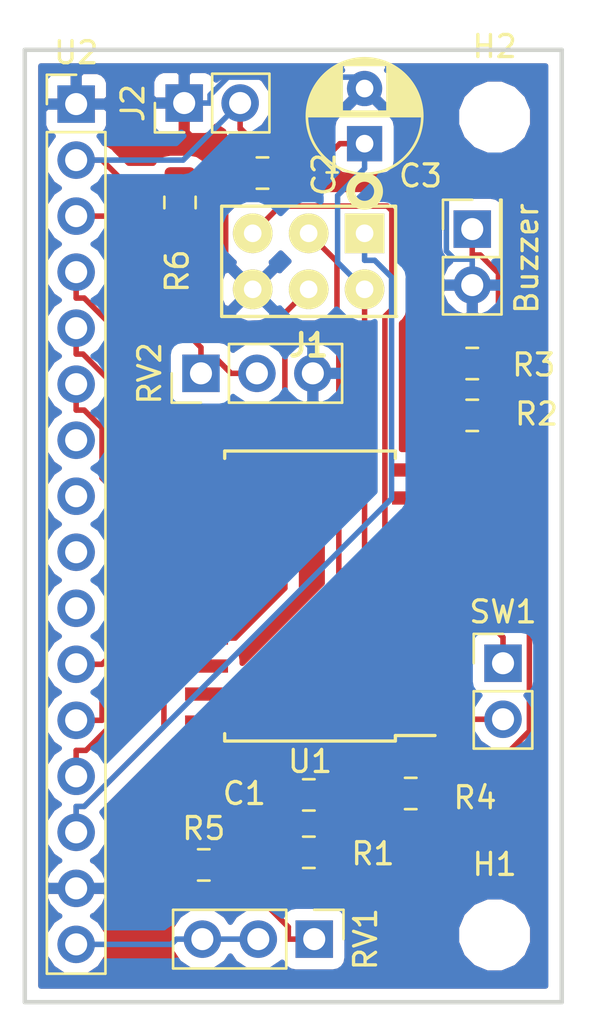
<source format=kicad_pcb>
(kicad_pcb (version 20171130) (host pcbnew 5.0.2-bee76a0~70~ubuntu16.04.1)

  (general
    (thickness 1.6)
    (drawings 4)
    (tracks 178)
    (zones 0)
    (modules 19)
    (nets 19)
  )

  (page A4)
  (layers
    (0 F.Cu signal)
    (31 B.Cu signal)
    (32 B.Adhes user)
    (33 F.Adhes user)
    (34 B.Paste user)
    (35 F.Paste user)
    (36 B.SilkS user)
    (37 F.SilkS user)
    (38 B.Mask user)
    (39 F.Mask user)
    (40 Dwgs.User user)
    (41 Cmts.User user)
    (42 Eco1.User user)
    (43 Eco2.User user)
    (44 Edge.Cuts user)
    (45 Margin user)
    (46 B.CrtYd user)
    (47 F.CrtYd user)
    (48 B.Fab user)
    (49 F.Fab user)
  )

  (setup
    (last_trace_width 0.25)
    (trace_clearance 0.2)
    (zone_clearance 0.508)
    (zone_45_only no)
    (trace_min 0.2)
    (segment_width 0.2)
    (edge_width 0.15)
    (via_size 0.8)
    (via_drill 0.4)
    (via_min_size 0.4)
    (via_min_drill 0.3)
    (uvia_size 0.3)
    (uvia_drill 0.1)
    (uvias_allowed no)
    (uvia_min_size 0.2)
    (uvia_min_drill 0.1)
    (pcb_text_width 0.3)
    (pcb_text_size 1.5 1.5)
    (mod_edge_width 0.15)
    (mod_text_size 1 1)
    (mod_text_width 0.15)
    (pad_size 1.524 1.524)
    (pad_drill 0.762)
    (pad_to_mask_clearance 0.051)
    (solder_mask_min_width 0.25)
    (aux_axis_origin 0 0)
    (visible_elements FFFFFF7F)
    (pcbplotparams
      (layerselection 0x010fc_ffffffff)
      (usegerberextensions false)
      (usegerberattributes false)
      (usegerberadvancedattributes false)
      (creategerberjobfile false)
      (excludeedgelayer true)
      (linewidth 0.100000)
      (plotframeref false)
      (viasonmask false)
      (mode 1)
      (useauxorigin false)
      (hpglpennumber 1)
      (hpglpenspeed 20)
      (hpglpendiameter 15.000000)
      (psnegative false)
      (psa4output false)
      (plotreference true)
      (plotvalue true)
      (plotinvisibletext false)
      (padsonsilk false)
      (subtractmaskfromsilk false)
      (outputformat 1)
      (mirror false)
      (drillshape 1)
      (scaleselection 1)
      (outputdirectory ""))
  )

  (net 0 "")
  (net 1 "Net-(BZ1-Pad1)")
  (net 2 GND)
  (net 3 /~RST)
  (net 4 VCC)
  (net 5 /DB7)
  (net 6 /SCK)
  (net 7 /DB6)
  (net 8 "Net-(R2-Pad1)")
  (net 9 "Net-(R4-Pad1)")
  (net 10 "Net-(R5-Pad2)")
  (net 11 "Net-(R6-Pad2)")
  (net 12 "Net-(RV1-Pad2)")
  (net 13 "Net-(SW1-Pad1)")
  (net 14 /RS)
  (net 15 /R\~W)
  (net 16 /E)
  (net 17 /DB4)
  (net 18 /DB5)

  (net_class Default "This is the default net class."
    (clearance 0.2)
    (trace_width 0.25)
    (via_dia 0.8)
    (via_drill 0.4)
    (uvia_dia 0.3)
    (uvia_drill 0.1)
    (add_net /DB4)
    (add_net /DB5)
    (add_net /DB6)
    (add_net /DB7)
    (add_net /E)
    (add_net /RS)
    (add_net /R\~W)
    (add_net /SCK)
    (add_net /~RST)
    (add_net GND)
    (add_net "Net-(BZ1-Pad1)")
    (add_net "Net-(R2-Pad1)")
    (add_net "Net-(R4-Pad1)")
    (add_net "Net-(R5-Pad2)")
    (add_net "Net-(R6-Pad2)")
    (add_net "Net-(RV1-Pad2)")
    (add_net "Net-(SW1-Pad1)")
    (add_net VCC)
  )

  (module Capacitor_SMD:C_0805_2012Metric_Pad1.15x1.40mm_HandSolder (layer F.Cu) (tedit 5B36C52B) (tstamp 5D976CE4)
    (at 54.5555 58.674 180)
    (descr "Capacitor SMD 0805 (2012 Metric), square (rectangular) end terminal, IPC_7351 nominal with elongated pad for handsoldering. (Body size source: https://docs.google.com/spreadsheets/d/1BsfQQcO9C6DZCsRaXUlFlo91Tg2WpOkGARC1WS5S8t0/edit?usp=sharing), generated with kicad-footprint-generator")
    (tags "capacitor handsolder")
    (path /5D8AE78E)
    (attr smd)
    (fp_text reference C1 (at 2.93 0.0635 180) (layer F.SilkS)
      (effects (font (size 1 1) (thickness 0.15)))
    )
    (fp_text value 100n (at 0 1.65 180) (layer F.Fab)
      (effects (font (size 1 1) (thickness 0.15)))
    )
    (fp_line (start -1 0.6) (end -1 -0.6) (layer F.Fab) (width 0.1))
    (fp_line (start -1 -0.6) (end 1 -0.6) (layer F.Fab) (width 0.1))
    (fp_line (start 1 -0.6) (end 1 0.6) (layer F.Fab) (width 0.1))
    (fp_line (start 1 0.6) (end -1 0.6) (layer F.Fab) (width 0.1))
    (fp_line (start -0.261252 -0.71) (end 0.261252 -0.71) (layer F.SilkS) (width 0.12))
    (fp_line (start -0.261252 0.71) (end 0.261252 0.71) (layer F.SilkS) (width 0.12))
    (fp_line (start -1.85 0.95) (end -1.85 -0.95) (layer F.CrtYd) (width 0.05))
    (fp_line (start -1.85 -0.95) (end 1.85 -0.95) (layer F.CrtYd) (width 0.05))
    (fp_line (start 1.85 -0.95) (end 1.85 0.95) (layer F.CrtYd) (width 0.05))
    (fp_line (start 1.85 0.95) (end -1.85 0.95) (layer F.CrtYd) (width 0.05))
    (fp_text user %R (at 0 0 180) (layer F.Fab)
      (effects (font (size 0.5 0.5) (thickness 0.08)))
    )
    (pad 1 smd roundrect (at -1.025 0 180) (size 1.15 1.4) (layers F.Cu F.Paste F.Mask) (roundrect_rratio 0.217391)
      (net 3 /~RST))
    (pad 2 smd roundrect (at 1.025 0 180) (size 1.15 1.4) (layers F.Cu F.Paste F.Mask) (roundrect_rratio 0.217391)
      (net 2 GND))
    (model ${KISYS3DMOD}/Capacitor_SMD.3dshapes/C_0805_2012Metric.wrl
      (at (xyz 0 0 0))
      (scale (xyz 1 1 1))
      (rotate (xyz 0 0 0))
    )
  )

  (module Capacitor_SMD:C_0805_2012Metric_Pad1.15x1.40mm_HandSolder (layer F.Cu) (tedit 5B36C52B) (tstamp 5D976CF5)
    (at 52.451 30.48 180)
    (descr "Capacitor SMD 0805 (2012 Metric), square (rectangular) end terminal, IPC_7351 nominal with elongated pad for handsoldering. (Body size source: https://docs.google.com/spreadsheets/d/1BsfQQcO9C6DZCsRaXUlFlo91Tg2WpOkGARC1WS5S8t0/edit?usp=sharing), generated with kicad-footprint-generator")
    (tags "capacitor handsolder")
    (path /5D8AE4DC)
    (attr smd)
    (fp_text reference C2 (at -2.794 -0.0635 270) (layer F.SilkS)
      (effects (font (size 1 1) (thickness 0.15)))
    )
    (fp_text value 100n (at 0 1.65 180) (layer F.Fab)
      (effects (font (size 1 1) (thickness 0.15)))
    )
    (fp_text user %R (at 0 0 180) (layer F.Fab)
      (effects (font (size 0.5 0.5) (thickness 0.08)))
    )
    (fp_line (start 1.85 0.95) (end -1.85 0.95) (layer F.CrtYd) (width 0.05))
    (fp_line (start 1.85 -0.95) (end 1.85 0.95) (layer F.CrtYd) (width 0.05))
    (fp_line (start -1.85 -0.95) (end 1.85 -0.95) (layer F.CrtYd) (width 0.05))
    (fp_line (start -1.85 0.95) (end -1.85 -0.95) (layer F.CrtYd) (width 0.05))
    (fp_line (start -0.261252 0.71) (end 0.261252 0.71) (layer F.SilkS) (width 0.12))
    (fp_line (start -0.261252 -0.71) (end 0.261252 -0.71) (layer F.SilkS) (width 0.12))
    (fp_line (start 1 0.6) (end -1 0.6) (layer F.Fab) (width 0.1))
    (fp_line (start 1 -0.6) (end 1 0.6) (layer F.Fab) (width 0.1))
    (fp_line (start -1 -0.6) (end 1 -0.6) (layer F.Fab) (width 0.1))
    (fp_line (start -1 0.6) (end -1 -0.6) (layer F.Fab) (width 0.1))
    (pad 2 smd roundrect (at 1.025 0 180) (size 1.15 1.4) (layers F.Cu F.Paste F.Mask) (roundrect_rratio 0.217391)
      (net 2 GND))
    (pad 1 smd roundrect (at -1.025 0 180) (size 1.15 1.4) (layers F.Cu F.Paste F.Mask) (roundrect_rratio 0.217391)
      (net 4 VCC))
    (model ${KISYS3DMOD}/Capacitor_SMD.3dshapes/C_0805_2012Metric.wrl
      (at (xyz 0 0 0))
      (scale (xyz 1 1 1))
      (rotate (xyz 0 0 0))
    )
  )

  (module Capacitor_THT:CP_Radial_D5.0mm_P2.50mm (layer F.Cu) (tedit 5AE50EF0) (tstamp 5D976D79)
    (at 57.0865 29.1465 90)
    (descr "CP, Radial series, Radial, pin pitch=2.50mm, , diameter=5mm, Electrolytic Capacitor")
    (tags "CP Radial series Radial pin pitch 2.50mm  diameter 5mm Electrolytic Capacitor")
    (path /5D8AE5A3)
    (fp_text reference C3 (at -1.4605 2.54 180) (layer F.SilkS)
      (effects (font (size 1 1) (thickness 0.15)))
    )
    (fp_text value 100u (at 1.25 3.75 90) (layer F.Fab)
      (effects (font (size 1 1) (thickness 0.15)))
    )
    (fp_circle (center 1.25 0) (end 3.75 0) (layer F.Fab) (width 0.1))
    (fp_circle (center 1.25 0) (end 3.87 0) (layer F.SilkS) (width 0.12))
    (fp_circle (center 1.25 0) (end 4 0) (layer F.CrtYd) (width 0.05))
    (fp_line (start -0.883605 -1.0875) (end -0.383605 -1.0875) (layer F.Fab) (width 0.1))
    (fp_line (start -0.633605 -1.3375) (end -0.633605 -0.8375) (layer F.Fab) (width 0.1))
    (fp_line (start 1.25 -2.58) (end 1.25 2.58) (layer F.SilkS) (width 0.12))
    (fp_line (start 1.29 -2.58) (end 1.29 2.58) (layer F.SilkS) (width 0.12))
    (fp_line (start 1.33 -2.579) (end 1.33 2.579) (layer F.SilkS) (width 0.12))
    (fp_line (start 1.37 -2.578) (end 1.37 2.578) (layer F.SilkS) (width 0.12))
    (fp_line (start 1.41 -2.576) (end 1.41 2.576) (layer F.SilkS) (width 0.12))
    (fp_line (start 1.45 -2.573) (end 1.45 2.573) (layer F.SilkS) (width 0.12))
    (fp_line (start 1.49 -2.569) (end 1.49 -1.04) (layer F.SilkS) (width 0.12))
    (fp_line (start 1.49 1.04) (end 1.49 2.569) (layer F.SilkS) (width 0.12))
    (fp_line (start 1.53 -2.565) (end 1.53 -1.04) (layer F.SilkS) (width 0.12))
    (fp_line (start 1.53 1.04) (end 1.53 2.565) (layer F.SilkS) (width 0.12))
    (fp_line (start 1.57 -2.561) (end 1.57 -1.04) (layer F.SilkS) (width 0.12))
    (fp_line (start 1.57 1.04) (end 1.57 2.561) (layer F.SilkS) (width 0.12))
    (fp_line (start 1.61 -2.556) (end 1.61 -1.04) (layer F.SilkS) (width 0.12))
    (fp_line (start 1.61 1.04) (end 1.61 2.556) (layer F.SilkS) (width 0.12))
    (fp_line (start 1.65 -2.55) (end 1.65 -1.04) (layer F.SilkS) (width 0.12))
    (fp_line (start 1.65 1.04) (end 1.65 2.55) (layer F.SilkS) (width 0.12))
    (fp_line (start 1.69 -2.543) (end 1.69 -1.04) (layer F.SilkS) (width 0.12))
    (fp_line (start 1.69 1.04) (end 1.69 2.543) (layer F.SilkS) (width 0.12))
    (fp_line (start 1.73 -2.536) (end 1.73 -1.04) (layer F.SilkS) (width 0.12))
    (fp_line (start 1.73 1.04) (end 1.73 2.536) (layer F.SilkS) (width 0.12))
    (fp_line (start 1.77 -2.528) (end 1.77 -1.04) (layer F.SilkS) (width 0.12))
    (fp_line (start 1.77 1.04) (end 1.77 2.528) (layer F.SilkS) (width 0.12))
    (fp_line (start 1.81 -2.52) (end 1.81 -1.04) (layer F.SilkS) (width 0.12))
    (fp_line (start 1.81 1.04) (end 1.81 2.52) (layer F.SilkS) (width 0.12))
    (fp_line (start 1.85 -2.511) (end 1.85 -1.04) (layer F.SilkS) (width 0.12))
    (fp_line (start 1.85 1.04) (end 1.85 2.511) (layer F.SilkS) (width 0.12))
    (fp_line (start 1.89 -2.501) (end 1.89 -1.04) (layer F.SilkS) (width 0.12))
    (fp_line (start 1.89 1.04) (end 1.89 2.501) (layer F.SilkS) (width 0.12))
    (fp_line (start 1.93 -2.491) (end 1.93 -1.04) (layer F.SilkS) (width 0.12))
    (fp_line (start 1.93 1.04) (end 1.93 2.491) (layer F.SilkS) (width 0.12))
    (fp_line (start 1.971 -2.48) (end 1.971 -1.04) (layer F.SilkS) (width 0.12))
    (fp_line (start 1.971 1.04) (end 1.971 2.48) (layer F.SilkS) (width 0.12))
    (fp_line (start 2.011 -2.468) (end 2.011 -1.04) (layer F.SilkS) (width 0.12))
    (fp_line (start 2.011 1.04) (end 2.011 2.468) (layer F.SilkS) (width 0.12))
    (fp_line (start 2.051 -2.455) (end 2.051 -1.04) (layer F.SilkS) (width 0.12))
    (fp_line (start 2.051 1.04) (end 2.051 2.455) (layer F.SilkS) (width 0.12))
    (fp_line (start 2.091 -2.442) (end 2.091 -1.04) (layer F.SilkS) (width 0.12))
    (fp_line (start 2.091 1.04) (end 2.091 2.442) (layer F.SilkS) (width 0.12))
    (fp_line (start 2.131 -2.428) (end 2.131 -1.04) (layer F.SilkS) (width 0.12))
    (fp_line (start 2.131 1.04) (end 2.131 2.428) (layer F.SilkS) (width 0.12))
    (fp_line (start 2.171 -2.414) (end 2.171 -1.04) (layer F.SilkS) (width 0.12))
    (fp_line (start 2.171 1.04) (end 2.171 2.414) (layer F.SilkS) (width 0.12))
    (fp_line (start 2.211 -2.398) (end 2.211 -1.04) (layer F.SilkS) (width 0.12))
    (fp_line (start 2.211 1.04) (end 2.211 2.398) (layer F.SilkS) (width 0.12))
    (fp_line (start 2.251 -2.382) (end 2.251 -1.04) (layer F.SilkS) (width 0.12))
    (fp_line (start 2.251 1.04) (end 2.251 2.382) (layer F.SilkS) (width 0.12))
    (fp_line (start 2.291 -2.365) (end 2.291 -1.04) (layer F.SilkS) (width 0.12))
    (fp_line (start 2.291 1.04) (end 2.291 2.365) (layer F.SilkS) (width 0.12))
    (fp_line (start 2.331 -2.348) (end 2.331 -1.04) (layer F.SilkS) (width 0.12))
    (fp_line (start 2.331 1.04) (end 2.331 2.348) (layer F.SilkS) (width 0.12))
    (fp_line (start 2.371 -2.329) (end 2.371 -1.04) (layer F.SilkS) (width 0.12))
    (fp_line (start 2.371 1.04) (end 2.371 2.329) (layer F.SilkS) (width 0.12))
    (fp_line (start 2.411 -2.31) (end 2.411 -1.04) (layer F.SilkS) (width 0.12))
    (fp_line (start 2.411 1.04) (end 2.411 2.31) (layer F.SilkS) (width 0.12))
    (fp_line (start 2.451 -2.29) (end 2.451 -1.04) (layer F.SilkS) (width 0.12))
    (fp_line (start 2.451 1.04) (end 2.451 2.29) (layer F.SilkS) (width 0.12))
    (fp_line (start 2.491 -2.268) (end 2.491 -1.04) (layer F.SilkS) (width 0.12))
    (fp_line (start 2.491 1.04) (end 2.491 2.268) (layer F.SilkS) (width 0.12))
    (fp_line (start 2.531 -2.247) (end 2.531 -1.04) (layer F.SilkS) (width 0.12))
    (fp_line (start 2.531 1.04) (end 2.531 2.247) (layer F.SilkS) (width 0.12))
    (fp_line (start 2.571 -2.224) (end 2.571 -1.04) (layer F.SilkS) (width 0.12))
    (fp_line (start 2.571 1.04) (end 2.571 2.224) (layer F.SilkS) (width 0.12))
    (fp_line (start 2.611 -2.2) (end 2.611 -1.04) (layer F.SilkS) (width 0.12))
    (fp_line (start 2.611 1.04) (end 2.611 2.2) (layer F.SilkS) (width 0.12))
    (fp_line (start 2.651 -2.175) (end 2.651 -1.04) (layer F.SilkS) (width 0.12))
    (fp_line (start 2.651 1.04) (end 2.651 2.175) (layer F.SilkS) (width 0.12))
    (fp_line (start 2.691 -2.149) (end 2.691 -1.04) (layer F.SilkS) (width 0.12))
    (fp_line (start 2.691 1.04) (end 2.691 2.149) (layer F.SilkS) (width 0.12))
    (fp_line (start 2.731 -2.122) (end 2.731 -1.04) (layer F.SilkS) (width 0.12))
    (fp_line (start 2.731 1.04) (end 2.731 2.122) (layer F.SilkS) (width 0.12))
    (fp_line (start 2.771 -2.095) (end 2.771 -1.04) (layer F.SilkS) (width 0.12))
    (fp_line (start 2.771 1.04) (end 2.771 2.095) (layer F.SilkS) (width 0.12))
    (fp_line (start 2.811 -2.065) (end 2.811 -1.04) (layer F.SilkS) (width 0.12))
    (fp_line (start 2.811 1.04) (end 2.811 2.065) (layer F.SilkS) (width 0.12))
    (fp_line (start 2.851 -2.035) (end 2.851 -1.04) (layer F.SilkS) (width 0.12))
    (fp_line (start 2.851 1.04) (end 2.851 2.035) (layer F.SilkS) (width 0.12))
    (fp_line (start 2.891 -2.004) (end 2.891 -1.04) (layer F.SilkS) (width 0.12))
    (fp_line (start 2.891 1.04) (end 2.891 2.004) (layer F.SilkS) (width 0.12))
    (fp_line (start 2.931 -1.971) (end 2.931 -1.04) (layer F.SilkS) (width 0.12))
    (fp_line (start 2.931 1.04) (end 2.931 1.971) (layer F.SilkS) (width 0.12))
    (fp_line (start 2.971 -1.937) (end 2.971 -1.04) (layer F.SilkS) (width 0.12))
    (fp_line (start 2.971 1.04) (end 2.971 1.937) (layer F.SilkS) (width 0.12))
    (fp_line (start 3.011 -1.901) (end 3.011 -1.04) (layer F.SilkS) (width 0.12))
    (fp_line (start 3.011 1.04) (end 3.011 1.901) (layer F.SilkS) (width 0.12))
    (fp_line (start 3.051 -1.864) (end 3.051 -1.04) (layer F.SilkS) (width 0.12))
    (fp_line (start 3.051 1.04) (end 3.051 1.864) (layer F.SilkS) (width 0.12))
    (fp_line (start 3.091 -1.826) (end 3.091 -1.04) (layer F.SilkS) (width 0.12))
    (fp_line (start 3.091 1.04) (end 3.091 1.826) (layer F.SilkS) (width 0.12))
    (fp_line (start 3.131 -1.785) (end 3.131 -1.04) (layer F.SilkS) (width 0.12))
    (fp_line (start 3.131 1.04) (end 3.131 1.785) (layer F.SilkS) (width 0.12))
    (fp_line (start 3.171 -1.743) (end 3.171 -1.04) (layer F.SilkS) (width 0.12))
    (fp_line (start 3.171 1.04) (end 3.171 1.743) (layer F.SilkS) (width 0.12))
    (fp_line (start 3.211 -1.699) (end 3.211 -1.04) (layer F.SilkS) (width 0.12))
    (fp_line (start 3.211 1.04) (end 3.211 1.699) (layer F.SilkS) (width 0.12))
    (fp_line (start 3.251 -1.653) (end 3.251 -1.04) (layer F.SilkS) (width 0.12))
    (fp_line (start 3.251 1.04) (end 3.251 1.653) (layer F.SilkS) (width 0.12))
    (fp_line (start 3.291 -1.605) (end 3.291 -1.04) (layer F.SilkS) (width 0.12))
    (fp_line (start 3.291 1.04) (end 3.291 1.605) (layer F.SilkS) (width 0.12))
    (fp_line (start 3.331 -1.554) (end 3.331 -1.04) (layer F.SilkS) (width 0.12))
    (fp_line (start 3.331 1.04) (end 3.331 1.554) (layer F.SilkS) (width 0.12))
    (fp_line (start 3.371 -1.5) (end 3.371 -1.04) (layer F.SilkS) (width 0.12))
    (fp_line (start 3.371 1.04) (end 3.371 1.5) (layer F.SilkS) (width 0.12))
    (fp_line (start 3.411 -1.443) (end 3.411 -1.04) (layer F.SilkS) (width 0.12))
    (fp_line (start 3.411 1.04) (end 3.411 1.443) (layer F.SilkS) (width 0.12))
    (fp_line (start 3.451 -1.383) (end 3.451 -1.04) (layer F.SilkS) (width 0.12))
    (fp_line (start 3.451 1.04) (end 3.451 1.383) (layer F.SilkS) (width 0.12))
    (fp_line (start 3.491 -1.319) (end 3.491 -1.04) (layer F.SilkS) (width 0.12))
    (fp_line (start 3.491 1.04) (end 3.491 1.319) (layer F.SilkS) (width 0.12))
    (fp_line (start 3.531 -1.251) (end 3.531 -1.04) (layer F.SilkS) (width 0.12))
    (fp_line (start 3.531 1.04) (end 3.531 1.251) (layer F.SilkS) (width 0.12))
    (fp_line (start 3.571 -1.178) (end 3.571 1.178) (layer F.SilkS) (width 0.12))
    (fp_line (start 3.611 -1.098) (end 3.611 1.098) (layer F.SilkS) (width 0.12))
    (fp_line (start 3.651 -1.011) (end 3.651 1.011) (layer F.SilkS) (width 0.12))
    (fp_line (start 3.691 -0.915) (end 3.691 0.915) (layer F.SilkS) (width 0.12))
    (fp_line (start 3.731 -0.805) (end 3.731 0.805) (layer F.SilkS) (width 0.12))
    (fp_line (start 3.771 -0.677) (end 3.771 0.677) (layer F.SilkS) (width 0.12))
    (fp_line (start 3.811 -0.518) (end 3.811 0.518) (layer F.SilkS) (width 0.12))
    (fp_line (start 3.851 -0.284) (end 3.851 0.284) (layer F.SilkS) (width 0.12))
    (fp_line (start -1.554775 -1.475) (end -1.054775 -1.475) (layer F.SilkS) (width 0.12))
    (fp_line (start -1.304775 -1.725) (end -1.304775 -1.225) (layer F.SilkS) (width 0.12))
    (fp_text user %R (at 1.25 0 90) (layer F.Fab)
      (effects (font (size 1 1) (thickness 0.15)))
    )
    (pad 1 thru_hole rect (at 0 0 90) (size 1.6 1.6) (drill 0.8) (layers *.Cu *.Mask)
      (net 4 VCC))
    (pad 2 thru_hole circle (at 2.5 0 90) (size 1.6 1.6) (drill 0.8) (layers *.Cu *.Mask)
      (net 2 GND))
    (model ${KISYS3DMOD}/Capacitor_THT.3dshapes/CP_Radial_D5.0mm_P2.50mm.wrl
      (at (xyz 0 0 0))
      (scale (xyz 1 1 1))
      (rotate (xyz 0 0 0))
    )
  )

  (module MountingHole:MountingHole_2.2mm_M2 (layer F.Cu) (tedit 56D1B4CB) (tstamp 5D976D81)
    (at 62.992 65.024)
    (descr "Mounting Hole 2.2mm, no annular, M2")
    (tags "mounting hole 2.2mm no annular m2")
    (path /5D8AE852)
    (attr virtual)
    (fp_text reference H1 (at 0 -3.2) (layer F.SilkS)
      (effects (font (size 1 1) (thickness 0.15)))
    )
    (fp_text value MountingHole (at 0 3.2) (layer F.Fab)
      (effects (font (size 1 1) (thickness 0.15)))
    )
    (fp_text user %R (at 0.3 0) (layer F.Fab)
      (effects (font (size 1 1) (thickness 0.15)))
    )
    (fp_circle (center 0 0) (end 2.2 0) (layer Cmts.User) (width 0.15))
    (fp_circle (center 0 0) (end 2.45 0) (layer F.CrtYd) (width 0.05))
    (pad 1 np_thru_hole circle (at 0 0) (size 2.2 2.2) (drill 2.2) (layers *.Cu *.Mask))
  )

  (module MountingHole:MountingHole_2.2mm_M2 (layer F.Cu) (tedit 56D1B4CB) (tstamp 5D976D89)
    (at 62.992 27.94)
    (descr "Mounting Hole 2.2mm, no annular, M2")
    (tags "mounting hole 2.2mm no annular m2")
    (path /5D8AE9D6)
    (attr virtual)
    (fp_text reference H2 (at 0 -3.2) (layer F.SilkS)
      (effects (font (size 1 1) (thickness 0.15)))
    )
    (fp_text value MountingHole (at 0 3.2) (layer F.Fab)
      (effects (font (size 1 1) (thickness 0.15)))
    )
    (fp_circle (center 0 0) (end 2.45 0) (layer F.CrtYd) (width 0.05))
    (fp_circle (center 0 0) (end 2.2 0) (layer Cmts.User) (width 0.15))
    (fp_text user %R (at 0.3 0) (layer F.Fab)
      (effects (font (size 1 1) (thickness 0.15)))
    )
    (pad 1 np_thru_hole circle (at 0 0) (size 2.2 2.2) (drill 2.2) (layers *.Cu *.Mask))
  )

  (module Resistor_SMD:R_0805_2012Metric_Pad1.15x1.40mm_HandSolder (layer F.Cu) (tedit 5B36C52B) (tstamp 5D976DA5)
    (at 54.5555 61.2775)
    (descr "Resistor SMD 0805 (2012 Metric), square (rectangular) end terminal, IPC_7351 nominal with elongated pad for handsoldering. (Body size source: https://docs.google.com/spreadsheets/d/1BsfQQcO9C6DZCsRaXUlFlo91Tg2WpOkGARC1WS5S8t0/edit?usp=sharing), generated with kicad-footprint-generator")
    (tags "resistor handsolder")
    (path /5D8AE425)
    (attr smd)
    (fp_text reference R1 (at 2.912 0.0635) (layer F.SilkS)
      (effects (font (size 1 1) (thickness 0.15)))
    )
    (fp_text value 1k (at 0 1.65) (layer F.Fab)
      (effects (font (size 1 1) (thickness 0.15)))
    )
    (fp_text user %R (at 0 0) (layer F.Fab)
      (effects (font (size 0.5 0.5) (thickness 0.08)))
    )
    (fp_line (start 1.85 0.95) (end -1.85 0.95) (layer F.CrtYd) (width 0.05))
    (fp_line (start 1.85 -0.95) (end 1.85 0.95) (layer F.CrtYd) (width 0.05))
    (fp_line (start -1.85 -0.95) (end 1.85 -0.95) (layer F.CrtYd) (width 0.05))
    (fp_line (start -1.85 0.95) (end -1.85 -0.95) (layer F.CrtYd) (width 0.05))
    (fp_line (start -0.261252 0.71) (end 0.261252 0.71) (layer F.SilkS) (width 0.12))
    (fp_line (start -0.261252 -0.71) (end 0.261252 -0.71) (layer F.SilkS) (width 0.12))
    (fp_line (start 1 0.6) (end -1 0.6) (layer F.Fab) (width 0.1))
    (fp_line (start 1 -0.6) (end 1 0.6) (layer F.Fab) (width 0.1))
    (fp_line (start -1 -0.6) (end 1 -0.6) (layer F.Fab) (width 0.1))
    (fp_line (start -1 0.6) (end -1 -0.6) (layer F.Fab) (width 0.1))
    (pad 2 smd roundrect (at 1.025 0) (size 1.15 1.4) (layers F.Cu F.Paste F.Mask) (roundrect_rratio 0.217391)
      (net 3 /~RST))
    (pad 1 smd roundrect (at -1.025 0) (size 1.15 1.4) (layers F.Cu F.Paste F.Mask) (roundrect_rratio 0.217391)
      (net 4 VCC))
    (model ${KISYS3DMOD}/Resistor_SMD.3dshapes/R_0805_2012Metric.wrl
      (at (xyz 0 0 0))
      (scale (xyz 1 1 1))
      (rotate (xyz 0 0 0))
    )
  )

  (module Resistor_SMD:R_0805_2012Metric_Pad1.15x1.40mm_HandSolder (layer F.Cu) (tedit 5B36C52B) (tstamp 5D976DB6)
    (at 61.976 41.4655)
    (descr "Resistor SMD 0805 (2012 Metric), square (rectangular) end terminal, IPC_7351 nominal with elongated pad for handsoldering. (Body size source: https://docs.google.com/spreadsheets/d/1BsfQQcO9C6DZCsRaXUlFlo91Tg2WpOkGARC1WS5S8t0/edit?usp=sharing), generated with kicad-footprint-generator")
    (tags "resistor handsolder")
    (path /5D8B062D)
    (attr smd)
    (fp_text reference R2 (at 2.921 -0.0635) (layer F.SilkS)
      (effects (font (size 1 1) (thickness 0.15)))
    )
    (fp_text value 100 (at 0 1.65) (layer F.Fab)
      (effects (font (size 1 1) (thickness 0.15)))
    )
    (fp_line (start -1 0.6) (end -1 -0.6) (layer F.Fab) (width 0.1))
    (fp_line (start -1 -0.6) (end 1 -0.6) (layer F.Fab) (width 0.1))
    (fp_line (start 1 -0.6) (end 1 0.6) (layer F.Fab) (width 0.1))
    (fp_line (start 1 0.6) (end -1 0.6) (layer F.Fab) (width 0.1))
    (fp_line (start -0.261252 -0.71) (end 0.261252 -0.71) (layer F.SilkS) (width 0.12))
    (fp_line (start -0.261252 0.71) (end 0.261252 0.71) (layer F.SilkS) (width 0.12))
    (fp_line (start -1.85 0.95) (end -1.85 -0.95) (layer F.CrtYd) (width 0.05))
    (fp_line (start -1.85 -0.95) (end 1.85 -0.95) (layer F.CrtYd) (width 0.05))
    (fp_line (start 1.85 -0.95) (end 1.85 0.95) (layer F.CrtYd) (width 0.05))
    (fp_line (start 1.85 0.95) (end -1.85 0.95) (layer F.CrtYd) (width 0.05))
    (fp_text user %R (at 0 0) (layer F.Fab)
      (effects (font (size 0.5 0.5) (thickness 0.08)))
    )
    (pad 1 smd roundrect (at -1.025 0) (size 1.15 1.4) (layers F.Cu F.Paste F.Mask) (roundrect_rratio 0.217391)
      (net 8 "Net-(R2-Pad1)"))
    (pad 2 smd roundrect (at 1.025 0) (size 1.15 1.4) (layers F.Cu F.Paste F.Mask) (roundrect_rratio 0.217391)
      (net 1 "Net-(BZ1-Pad1)"))
    (model ${KISYS3DMOD}/Resistor_SMD.3dshapes/R_0805_2012Metric.wrl
      (at (xyz 0 0 0))
      (scale (xyz 1 1 1))
      (rotate (xyz 0 0 0))
    )
  )

  (module Resistor_SMD:R_0805_2012Metric_Pad1.15x1.40mm_HandSolder (layer F.Cu) (tedit 5B36C52B) (tstamp 5D976DC7)
    (at 61.976 39.116 180)
    (descr "Resistor SMD 0805 (2012 Metric), square (rectangular) end terminal, IPC_7351 nominal with elongated pad for handsoldering. (Body size source: https://docs.google.com/spreadsheets/d/1BsfQQcO9C6DZCsRaXUlFlo91Tg2WpOkGARC1WS5S8t0/edit?usp=sharing), generated with kicad-footprint-generator")
    (tags "resistor handsolder")
    (path /5D8B078A)
    (attr smd)
    (fp_text reference R3 (at -2.794 -0.0635 180) (layer F.SilkS)
      (effects (font (size 1 1) (thickness 0.15)))
    )
    (fp_text value 1k (at 0 1.65 180) (layer F.Fab)
      (effects (font (size 1 1) (thickness 0.15)))
    )
    (fp_text user %R (at 0 0 180) (layer F.Fab)
      (effects (font (size 0.5 0.5) (thickness 0.08)))
    )
    (fp_line (start 1.85 0.95) (end -1.85 0.95) (layer F.CrtYd) (width 0.05))
    (fp_line (start 1.85 -0.95) (end 1.85 0.95) (layer F.CrtYd) (width 0.05))
    (fp_line (start -1.85 -0.95) (end 1.85 -0.95) (layer F.CrtYd) (width 0.05))
    (fp_line (start -1.85 0.95) (end -1.85 -0.95) (layer F.CrtYd) (width 0.05))
    (fp_line (start -0.261252 0.71) (end 0.261252 0.71) (layer F.SilkS) (width 0.12))
    (fp_line (start -0.261252 -0.71) (end 0.261252 -0.71) (layer F.SilkS) (width 0.12))
    (fp_line (start 1 0.6) (end -1 0.6) (layer F.Fab) (width 0.1))
    (fp_line (start 1 -0.6) (end 1 0.6) (layer F.Fab) (width 0.1))
    (fp_line (start -1 -0.6) (end 1 -0.6) (layer F.Fab) (width 0.1))
    (fp_line (start -1 0.6) (end -1 -0.6) (layer F.Fab) (width 0.1))
    (pad 2 smd roundrect (at 1.025 0 180) (size 1.15 1.4) (layers F.Cu F.Paste F.Mask) (roundrect_rratio 0.217391)
      (net 2 GND))
    (pad 1 smd roundrect (at -1.025 0 180) (size 1.15 1.4) (layers F.Cu F.Paste F.Mask) (roundrect_rratio 0.217391)
      (net 1 "Net-(BZ1-Pad1)"))
    (model ${KISYS3DMOD}/Resistor_SMD.3dshapes/R_0805_2012Metric.wrl
      (at (xyz 0 0 0))
      (scale (xyz 1 1 1))
      (rotate (xyz 0 0 0))
    )
  )

  (module Resistor_SMD:R_0805_2012Metric_Pad1.15x1.40mm_HandSolder (layer F.Cu) (tedit 5B36C52B) (tstamp 5D976DD8)
    (at 59.182 58.6105)
    (descr "Resistor SMD 0805 (2012 Metric), square (rectangular) end terminal, IPC_7351 nominal with elongated pad for handsoldering. (Body size source: https://docs.google.com/spreadsheets/d/1BsfQQcO9C6DZCsRaXUlFlo91Tg2WpOkGARC1WS5S8t0/edit?usp=sharing), generated with kicad-footprint-generator")
    (tags "resistor handsolder")
    (path /5D8B2001)
    (attr smd)
    (fp_text reference R4 (at 2.921 0.1905) (layer F.SilkS)
      (effects (font (size 1 1) (thickness 0.15)))
    )
    (fp_text value 470 (at 0 1.65) (layer F.Fab)
      (effects (font (size 1 1) (thickness 0.15)))
    )
    (fp_line (start -1 0.6) (end -1 -0.6) (layer F.Fab) (width 0.1))
    (fp_line (start -1 -0.6) (end 1 -0.6) (layer F.Fab) (width 0.1))
    (fp_line (start 1 -0.6) (end 1 0.6) (layer F.Fab) (width 0.1))
    (fp_line (start 1 0.6) (end -1 0.6) (layer F.Fab) (width 0.1))
    (fp_line (start -0.261252 -0.71) (end 0.261252 -0.71) (layer F.SilkS) (width 0.12))
    (fp_line (start -0.261252 0.71) (end 0.261252 0.71) (layer F.SilkS) (width 0.12))
    (fp_line (start -1.85 0.95) (end -1.85 -0.95) (layer F.CrtYd) (width 0.05))
    (fp_line (start -1.85 -0.95) (end 1.85 -0.95) (layer F.CrtYd) (width 0.05))
    (fp_line (start 1.85 -0.95) (end 1.85 0.95) (layer F.CrtYd) (width 0.05))
    (fp_line (start 1.85 0.95) (end -1.85 0.95) (layer F.CrtYd) (width 0.05))
    (fp_text user %R (at 0 0) (layer F.Fab)
      (effects (font (size 0.5 0.5) (thickness 0.08)))
    )
    (pad 1 smd roundrect (at -1.025 0) (size 1.15 1.4) (layers F.Cu F.Paste F.Mask) (roundrect_rratio 0.217391)
      (net 9 "Net-(R4-Pad1)"))
    (pad 2 smd roundrect (at 1.025 0) (size 1.15 1.4) (layers F.Cu F.Paste F.Mask) (roundrect_rratio 0.217391)
      (net 2 GND))
    (model ${KISYS3DMOD}/Resistor_SMD.3dshapes/R_0805_2012Metric.wrl
      (at (xyz 0 0 0))
      (scale (xyz 1 1 1))
      (rotate (xyz 0 0 0))
    )
  )

  (module Resistor_SMD:R_0805_2012Metric_Pad1.15x1.40mm_HandSolder (layer F.Cu) (tedit 5B36C52B) (tstamp 5D976DE9)
    (at 49.784 61.849)
    (descr "Resistor SMD 0805 (2012 Metric), square (rectangular) end terminal, IPC_7351 nominal with elongated pad for handsoldering. (Body size source: https://docs.google.com/spreadsheets/d/1BsfQQcO9C6DZCsRaXUlFlo91Tg2WpOkGARC1WS5S8t0/edit?usp=sharing), generated with kicad-footprint-generator")
    (tags "resistor handsolder")
    (path /5D8BAF8F)
    (attr smd)
    (fp_text reference R5 (at 0 -1.65) (layer F.SilkS)
      (effects (font (size 1 1) (thickness 0.15)))
    )
    (fp_text value 100 (at 0 1.65) (layer F.Fab)
      (effects (font (size 1 1) (thickness 0.15)))
    )
    (fp_line (start -1 0.6) (end -1 -0.6) (layer F.Fab) (width 0.1))
    (fp_line (start -1 -0.6) (end 1 -0.6) (layer F.Fab) (width 0.1))
    (fp_line (start 1 -0.6) (end 1 0.6) (layer F.Fab) (width 0.1))
    (fp_line (start 1 0.6) (end -1 0.6) (layer F.Fab) (width 0.1))
    (fp_line (start -0.261252 -0.71) (end 0.261252 -0.71) (layer F.SilkS) (width 0.12))
    (fp_line (start -0.261252 0.71) (end 0.261252 0.71) (layer F.SilkS) (width 0.12))
    (fp_line (start -1.85 0.95) (end -1.85 -0.95) (layer F.CrtYd) (width 0.05))
    (fp_line (start -1.85 -0.95) (end 1.85 -0.95) (layer F.CrtYd) (width 0.05))
    (fp_line (start 1.85 -0.95) (end 1.85 0.95) (layer F.CrtYd) (width 0.05))
    (fp_line (start 1.85 0.95) (end -1.85 0.95) (layer F.CrtYd) (width 0.05))
    (fp_text user %R (at 0 0) (layer F.Fab)
      (effects (font (size 0.5 0.5) (thickness 0.08)))
    )
    (pad 1 smd roundrect (at -1.025 0) (size 1.15 1.4) (layers F.Cu F.Paste F.Mask) (roundrect_rratio 0.217391)
      (net 4 VCC))
    (pad 2 smd roundrect (at 1.025 0) (size 1.15 1.4) (layers F.Cu F.Paste F.Mask) (roundrect_rratio 0.217391)
      (net 10 "Net-(R5-Pad2)"))
    (model ${KISYS3DMOD}/Resistor_SMD.3dshapes/R_0805_2012Metric.wrl
      (at (xyz 0 0 0))
      (scale (xyz 1 1 1))
      (rotate (xyz 0 0 0))
    )
  )

  (module Resistor_SMD:R_0805_2012Metric_Pad1.15x1.40mm_HandSolder (layer F.Cu) (tedit 5B36C52B) (tstamp 5D976DFA)
    (at 48.7045 31.8135 270)
    (descr "Resistor SMD 0805 (2012 Metric), square (rectangular) end terminal, IPC_7351 nominal with elongated pad for handsoldering. (Body size source: https://docs.google.com/spreadsheets/d/1BsfQQcO9C6DZCsRaXUlFlo91Tg2WpOkGARC1WS5S8t0/edit?usp=sharing), generated with kicad-footprint-generator")
    (tags "resistor handsolder")
    (path /5D8B3F22)
    (attr smd)
    (fp_text reference R6 (at 3.1115 0.127 270) (layer F.SilkS)
      (effects (font (size 1 1) (thickness 0.15)))
    )
    (fp_text value 100k (at 0 1.65 270) (layer F.Fab)
      (effects (font (size 1 1) (thickness 0.15)))
    )
    (fp_text user %R (at 0 0 270) (layer F.Fab)
      (effects (font (size 0.5 0.5) (thickness 0.08)))
    )
    (fp_line (start 1.85 0.95) (end -1.85 0.95) (layer F.CrtYd) (width 0.05))
    (fp_line (start 1.85 -0.95) (end 1.85 0.95) (layer F.CrtYd) (width 0.05))
    (fp_line (start -1.85 -0.95) (end 1.85 -0.95) (layer F.CrtYd) (width 0.05))
    (fp_line (start -1.85 0.95) (end -1.85 -0.95) (layer F.CrtYd) (width 0.05))
    (fp_line (start -0.261252 0.71) (end 0.261252 0.71) (layer F.SilkS) (width 0.12))
    (fp_line (start -0.261252 -0.71) (end 0.261252 -0.71) (layer F.SilkS) (width 0.12))
    (fp_line (start 1 0.6) (end -1 0.6) (layer F.Fab) (width 0.1))
    (fp_line (start 1 -0.6) (end 1 0.6) (layer F.Fab) (width 0.1))
    (fp_line (start -1 -0.6) (end 1 -0.6) (layer F.Fab) (width 0.1))
    (fp_line (start -1 0.6) (end -1 -0.6) (layer F.Fab) (width 0.1))
    (pad 2 smd roundrect (at 1.025 0 270) (size 1.15 1.4) (layers F.Cu F.Paste F.Mask) (roundrect_rratio 0.217391)
      (net 11 "Net-(R6-Pad2)"))
    (pad 1 smd roundrect (at -1.025 0 270) (size 1.15 1.4) (layers F.Cu F.Paste F.Mask) (roundrect_rratio 0.217391)
      (net 4 VCC))
    (model ${KISYS3DMOD}/Resistor_SMD.3dshapes/R_0805_2012Metric.wrl
      (at (xyz 0 0 0))
      (scale (xyz 1 1 1))
      (rotate (xyz 0 0 0))
    )
  )

  (module Connector_PinHeader_2.54mm:PinHeader_1x03_P2.54mm_Vertical (layer F.Cu) (tedit 59FED5CC) (tstamp 5D976E11)
    (at 54.8005 65.2145 270)
    (descr "Through hole straight pin header, 1x03, 2.54mm pitch, single row")
    (tags "Through hole pin header THT 1x03 2.54mm single row")
    (path /5D8BAEC9)
    (fp_text reference RV1 (at 0 -2.33 270) (layer F.SilkS)
      (effects (font (size 1 1) (thickness 0.15)))
    )
    (fp_text value 1k (at 0 7.41 270) (layer F.Fab)
      (effects (font (size 1 1) (thickness 0.15)))
    )
    (fp_text user %R (at 0 2.54) (layer F.Fab)
      (effects (font (size 1 1) (thickness 0.15)))
    )
    (fp_line (start 1.8 -1.8) (end -1.8 -1.8) (layer F.CrtYd) (width 0.05))
    (fp_line (start 1.8 6.85) (end 1.8 -1.8) (layer F.CrtYd) (width 0.05))
    (fp_line (start -1.8 6.85) (end 1.8 6.85) (layer F.CrtYd) (width 0.05))
    (fp_line (start -1.8 -1.8) (end -1.8 6.85) (layer F.CrtYd) (width 0.05))
    (fp_line (start -1.33 -1.33) (end 0 -1.33) (layer F.SilkS) (width 0.12))
    (fp_line (start -1.33 0) (end -1.33 -1.33) (layer F.SilkS) (width 0.12))
    (fp_line (start -1.33 1.27) (end 1.33 1.27) (layer F.SilkS) (width 0.12))
    (fp_line (start 1.33 1.27) (end 1.33 6.41) (layer F.SilkS) (width 0.12))
    (fp_line (start -1.33 1.27) (end -1.33 6.41) (layer F.SilkS) (width 0.12))
    (fp_line (start -1.33 6.41) (end 1.33 6.41) (layer F.SilkS) (width 0.12))
    (fp_line (start -1.27 -0.635) (end -0.635 -1.27) (layer F.Fab) (width 0.1))
    (fp_line (start -1.27 6.35) (end -1.27 -0.635) (layer F.Fab) (width 0.1))
    (fp_line (start 1.27 6.35) (end -1.27 6.35) (layer F.Fab) (width 0.1))
    (fp_line (start 1.27 -1.27) (end 1.27 6.35) (layer F.Fab) (width 0.1))
    (fp_line (start -0.635 -1.27) (end 1.27 -1.27) (layer F.Fab) (width 0.1))
    (pad 3 thru_hole oval (at 0 5.08 270) (size 1.7 1.7) (drill 1) (layers *.Cu *.Mask)
      (net 12 "Net-(RV1-Pad2)"))
    (pad 2 thru_hole oval (at 0 2.54 270) (size 1.7 1.7) (drill 1) (layers *.Cu *.Mask)
      (net 12 "Net-(RV1-Pad2)"))
    (pad 1 thru_hole rect (at 0 0 270) (size 1.7 1.7) (drill 1) (layers *.Cu *.Mask)
      (net 10 "Net-(R5-Pad2)"))
    (model ${KISYS3DMOD}/Connector_PinHeader_2.54mm.3dshapes/PinHeader_1x03_P2.54mm_Vertical.wrl
      (at (xyz 0 0 0))
      (scale (xyz 1 1 1))
      (rotate (xyz 0 0 0))
    )
  )

  (module Connector_PinHeader_2.54mm:PinHeader_1x03_P2.54mm_Vertical (layer F.Cu) (tedit 59FED5CC) (tstamp 5D976E28)
    (at 49.657 39.5605 90)
    (descr "Through hole straight pin header, 1x03, 2.54mm pitch, single row")
    (tags "Through hole pin header THT 1x03 2.54mm single row")
    (path /5D8B3FEA)
    (fp_text reference RV2 (at 0 -2.33 90) (layer F.SilkS)
      (effects (font (size 1 1) (thickness 0.15)))
    )
    (fp_text value 1k (at -0.1905 7.5565 90) (layer F.Fab)
      (effects (font (size 1 1) (thickness 0.15)))
    )
    (fp_line (start -0.635 -1.27) (end 1.27 -1.27) (layer F.Fab) (width 0.1))
    (fp_line (start 1.27 -1.27) (end 1.27 6.35) (layer F.Fab) (width 0.1))
    (fp_line (start 1.27 6.35) (end -1.27 6.35) (layer F.Fab) (width 0.1))
    (fp_line (start -1.27 6.35) (end -1.27 -0.635) (layer F.Fab) (width 0.1))
    (fp_line (start -1.27 -0.635) (end -0.635 -1.27) (layer F.Fab) (width 0.1))
    (fp_line (start -1.33 6.41) (end 1.33 6.41) (layer F.SilkS) (width 0.12))
    (fp_line (start -1.33 1.27) (end -1.33 6.41) (layer F.SilkS) (width 0.12))
    (fp_line (start 1.33 1.27) (end 1.33 6.41) (layer F.SilkS) (width 0.12))
    (fp_line (start -1.33 1.27) (end 1.33 1.27) (layer F.SilkS) (width 0.12))
    (fp_line (start -1.33 0) (end -1.33 -1.33) (layer F.SilkS) (width 0.12))
    (fp_line (start -1.33 -1.33) (end 0 -1.33) (layer F.SilkS) (width 0.12))
    (fp_line (start -1.8 -1.8) (end -1.8 6.85) (layer F.CrtYd) (width 0.05))
    (fp_line (start -1.8 6.85) (end 1.8 6.85) (layer F.CrtYd) (width 0.05))
    (fp_line (start 1.8 6.85) (end 1.8 -1.8) (layer F.CrtYd) (width 0.05))
    (fp_line (start 1.8 -1.8) (end -1.8 -1.8) (layer F.CrtYd) (width 0.05))
    (fp_text user %R (at 0 2.54 180) (layer F.Fab)
      (effects (font (size 1 1) (thickness 0.15)))
    )
    (pad 1 thru_hole rect (at 0 0 90) (size 1.7 1.7) (drill 1) (layers *.Cu *.Mask)
      (net 11 "Net-(R6-Pad2)"))
    (pad 2 thru_hole oval (at 0 2.54 90) (size 1.7 1.7) (drill 1) (layers *.Cu *.Mask)
      (net 11 "Net-(R6-Pad2)"))
    (pad 3 thru_hole oval (at 0 5.08 90) (size 1.7 1.7) (drill 1) (layers *.Cu *.Mask)
      (net 2 GND))
    (model ${KISYS3DMOD}/Connector_PinHeader_2.54mm.3dshapes/PinHeader_1x03_P2.54mm_Vertical.wrl
      (at (xyz 0 0 0))
      (scale (xyz 1 1 1))
      (rotate (xyz 0 0 0))
    )
  )

  (module Connector_PinHeader_2.54mm:PinHeader_1x02_P2.54mm_Vertical (layer F.Cu) (tedit 59FED5CC) (tstamp 5D976E3E)
    (at 63.373 52.705)
    (descr "Through hole straight pin header, 1x02, 2.54mm pitch, single row")
    (tags "Through hole pin header THT 1x02 2.54mm single row")
    (path /5D8B05B5)
    (fp_text reference SW1 (at 0 -2.33) (layer F.SilkS)
      (effects (font (size 1 1) (thickness 0.15)))
    )
    (fp_text value SW_Push (at 1.9685 1.016 90) (layer F.Fab)
      (effects (font (size 1 1) (thickness 0.15)))
    )
    (fp_line (start -0.635 -1.27) (end 1.27 -1.27) (layer F.Fab) (width 0.1))
    (fp_line (start 1.27 -1.27) (end 1.27 3.81) (layer F.Fab) (width 0.1))
    (fp_line (start 1.27 3.81) (end -1.27 3.81) (layer F.Fab) (width 0.1))
    (fp_line (start -1.27 3.81) (end -1.27 -0.635) (layer F.Fab) (width 0.1))
    (fp_line (start -1.27 -0.635) (end -0.635 -1.27) (layer F.Fab) (width 0.1))
    (fp_line (start -1.33 3.87) (end 1.33 3.87) (layer F.SilkS) (width 0.12))
    (fp_line (start -1.33 1.27) (end -1.33 3.87) (layer F.SilkS) (width 0.12))
    (fp_line (start 1.33 1.27) (end 1.33 3.87) (layer F.SilkS) (width 0.12))
    (fp_line (start -1.33 1.27) (end 1.33 1.27) (layer F.SilkS) (width 0.12))
    (fp_line (start -1.33 0) (end -1.33 -1.33) (layer F.SilkS) (width 0.12))
    (fp_line (start -1.33 -1.33) (end 0 -1.33) (layer F.SilkS) (width 0.12))
    (fp_line (start -1.8 -1.8) (end -1.8 4.35) (layer F.CrtYd) (width 0.05))
    (fp_line (start -1.8 4.35) (end 1.8 4.35) (layer F.CrtYd) (width 0.05))
    (fp_line (start 1.8 4.35) (end 1.8 -1.8) (layer F.CrtYd) (width 0.05))
    (fp_line (start 1.8 -1.8) (end -1.8 -1.8) (layer F.CrtYd) (width 0.05))
    (fp_text user %R (at 0 1.27 90) (layer F.Fab)
      (effects (font (size 1 1) (thickness 0.15)))
    )
    (pad 1 thru_hole rect (at 0 0) (size 1.7 1.7) (drill 1) (layers *.Cu *.Mask)
      (net 13 "Net-(SW1-Pad1)"))
    (pad 2 thru_hole oval (at 0 2.54) (size 1.7 1.7) (drill 1) (layers *.Cu *.Mask)
      (net 9 "Net-(R4-Pad1)"))
    (model ${KISYS3DMOD}/Connector_PinHeader_2.54mm.3dshapes/PinHeader_1x02_P2.54mm_Vertical.wrl
      (at (xyz 0 0 0))
      (scale (xyz 1 1 1))
      (rotate (xyz 0 0 0))
    )
  )

  (module Package_SO:SOIC-20W_7.5x12.8mm_P1.27mm (layer F.Cu) (tedit 5A02F2D3) (tstamp 5D976E67)
    (at 54.61 49.657 180)
    (descr "20-Lead Plastic Small Outline (SO) - Wide, 7.50 mm Body [SOIC] (see Microchip Packaging Specification 00000049BS.pdf)")
    (tags "SOIC 1.27")
    (path /5D8AE0BE)
    (attr smd)
    (fp_text reference U1 (at 0 -7.5 180) (layer F.SilkS)
      (effects (font (size 1 1) (thickness 0.15)))
    )
    (fp_text value ATtiny2313-20SU (at 0 7.5 180) (layer F.Fab)
      (effects (font (size 1 1) (thickness 0.15)))
    )
    (fp_text user %R (at 0 0 180) (layer F.Fab)
      (effects (font (size 1 1) (thickness 0.15)))
    )
    (fp_line (start -2.75 -6.4) (end 3.75 -6.4) (layer F.Fab) (width 0.15))
    (fp_line (start 3.75 -6.4) (end 3.75 6.4) (layer F.Fab) (width 0.15))
    (fp_line (start 3.75 6.4) (end -3.75 6.4) (layer F.Fab) (width 0.15))
    (fp_line (start -3.75 6.4) (end -3.75 -5.4) (layer F.Fab) (width 0.15))
    (fp_line (start -3.75 -5.4) (end -2.75 -6.4) (layer F.Fab) (width 0.15))
    (fp_line (start -5.95 -6.75) (end -5.95 6.75) (layer F.CrtYd) (width 0.05))
    (fp_line (start 5.95 -6.75) (end 5.95 6.75) (layer F.CrtYd) (width 0.05))
    (fp_line (start -5.95 -6.75) (end 5.95 -6.75) (layer F.CrtYd) (width 0.05))
    (fp_line (start -5.95 6.75) (end 5.95 6.75) (layer F.CrtYd) (width 0.05))
    (fp_line (start -3.875 -6.575) (end -3.875 -6.325) (layer F.SilkS) (width 0.15))
    (fp_line (start 3.875 -6.575) (end 3.875 -6.24) (layer F.SilkS) (width 0.15))
    (fp_line (start 3.875 6.575) (end 3.875 6.24) (layer F.SilkS) (width 0.15))
    (fp_line (start -3.875 6.575) (end -3.875 6.24) (layer F.SilkS) (width 0.15))
    (fp_line (start -3.875 -6.575) (end 3.875 -6.575) (layer F.SilkS) (width 0.15))
    (fp_line (start -3.875 6.575) (end 3.875 6.575) (layer F.SilkS) (width 0.15))
    (fp_line (start -3.875 -6.325) (end -5.675 -6.325) (layer F.SilkS) (width 0.15))
    (pad 1 smd rect (at -4.7 -5.715 180) (size 1.95 0.6) (layers F.Cu F.Paste F.Mask)
      (net 3 /~RST))
    (pad 2 smd rect (at -4.7 -4.445 180) (size 1.95 0.6) (layers F.Cu F.Paste F.Mask))
    (pad 3 smd rect (at -4.7 -3.175 180) (size 1.95 0.6) (layers F.Cu F.Paste F.Mask))
    (pad 4 smd rect (at -4.7 -1.905 180) (size 1.95 0.6) (layers F.Cu F.Paste F.Mask))
    (pad 5 smd rect (at -4.7 -0.635 180) (size 1.95 0.6) (layers F.Cu F.Paste F.Mask))
    (pad 6 smd rect (at -4.7 0.635 180) (size 1.95 0.6) (layers F.Cu F.Paste F.Mask))
    (pad 7 smd rect (at -4.7 1.905 180) (size 1.95 0.6) (layers F.Cu F.Paste F.Mask)
      (net 13 "Net-(SW1-Pad1)"))
    (pad 8 smd rect (at -4.7 3.175 180) (size 1.95 0.6) (layers F.Cu F.Paste F.Mask))
    (pad 9 smd rect (at -4.7 4.445 180) (size 1.95 0.6) (layers F.Cu F.Paste F.Mask)
      (net 8 "Net-(R2-Pad1)"))
    (pad 10 smd rect (at -4.7 5.715 180) (size 1.95 0.6) (layers F.Cu F.Paste F.Mask)
      (net 2 GND))
    (pad 11 smd rect (at 4.7 5.715 180) (size 1.95 0.6) (layers F.Cu F.Paste F.Mask))
    (pad 12 smd rect (at 4.7 4.445 180) (size 1.95 0.6) (layers F.Cu F.Paste F.Mask)
      (net 14 /RS))
    (pad 13 smd rect (at 4.7 3.175 180) (size 1.95 0.6) (layers F.Cu F.Paste F.Mask)
      (net 15 /R\~W))
    (pad 14 smd rect (at 4.7 1.905 180) (size 1.95 0.6) (layers F.Cu F.Paste F.Mask)
      (net 16 /E))
    (pad 15 smd rect (at 4.7 0.635 180) (size 1.95 0.6) (layers F.Cu F.Paste F.Mask)
      (net 17 /DB4))
    (pad 16 smd rect (at 4.7 -0.635 180) (size 1.95 0.6) (layers F.Cu F.Paste F.Mask)
      (net 18 /DB5))
    (pad 17 smd rect (at 4.7 -1.905 180) (size 1.95 0.6) (layers F.Cu F.Paste F.Mask)
      (net 7 /DB6))
    (pad 18 smd rect (at 4.7 -3.175 180) (size 1.95 0.6) (layers F.Cu F.Paste F.Mask)
      (net 5 /DB7))
    (pad 19 smd rect (at 4.7 -4.445 180) (size 1.95 0.6) (layers F.Cu F.Paste F.Mask)
      (net 6 /SCK))
    (pad 20 smd rect (at 4.7 -5.715 180) (size 1.95 0.6) (layers F.Cu F.Paste F.Mask)
      (net 4 VCC))
    (model ${KISYS3DMOD}/Package_SO.3dshapes/SOIC-20W_7.5x12.8mm_P1.27mm.wrl
      (at (xyz 0 0 0))
      (scale (xyz 1 1 1))
      (rotate (xyz 0 0 0))
    )
  )

  (module Connector_PinHeader_2.54mm:PinHeader_1x16_P2.54mm_Vertical (layer F.Cu) (tedit 59FED5CC) (tstamp 5D976E8B)
    (at 43.989 27.352)
    (descr "Through hole straight pin header, 1x16, 2.54mm pitch, single row")
    (tags "Through hole pin header THT 1x16 2.54mm single row")
    (path /5D8AE297)
    (fp_text reference U2 (at 0 -2.33) (layer F.SilkS)
      (effects (font (size 1 1) (thickness 0.15)))
    )
    (fp_text value RC1602A (at 0 40.43) (layer F.Fab)
      (effects (font (size 1 1) (thickness 0.15)))
    )
    (fp_line (start -0.635 -1.27) (end 1.27 -1.27) (layer F.Fab) (width 0.1))
    (fp_line (start 1.27 -1.27) (end 1.27 39.37) (layer F.Fab) (width 0.1))
    (fp_line (start 1.27 39.37) (end -1.27 39.37) (layer F.Fab) (width 0.1))
    (fp_line (start -1.27 39.37) (end -1.27 -0.635) (layer F.Fab) (width 0.1))
    (fp_line (start -1.27 -0.635) (end -0.635 -1.27) (layer F.Fab) (width 0.1))
    (fp_line (start -1.33 39.43) (end 1.33 39.43) (layer F.SilkS) (width 0.12))
    (fp_line (start -1.33 1.27) (end -1.33 39.43) (layer F.SilkS) (width 0.12))
    (fp_line (start 1.33 1.27) (end 1.33 39.43) (layer F.SilkS) (width 0.12))
    (fp_line (start -1.33 1.27) (end 1.33 1.27) (layer F.SilkS) (width 0.12))
    (fp_line (start -1.33 0) (end -1.33 -1.33) (layer F.SilkS) (width 0.12))
    (fp_line (start -1.33 -1.33) (end 0 -1.33) (layer F.SilkS) (width 0.12))
    (fp_line (start -1.8 -1.8) (end -1.8 39.9) (layer F.CrtYd) (width 0.05))
    (fp_line (start -1.8 39.9) (end 1.8 39.9) (layer F.CrtYd) (width 0.05))
    (fp_line (start 1.8 39.9) (end 1.8 -1.8) (layer F.CrtYd) (width 0.05))
    (fp_line (start 1.8 -1.8) (end -1.8 -1.8) (layer F.CrtYd) (width 0.05))
    (fp_text user %R (at 0 19.05 90) (layer F.Fab)
      (effects (font (size 1 1) (thickness 0.15)))
    )
    (pad 1 thru_hole rect (at 0 0) (size 1.7 1.7) (drill 1) (layers *.Cu *.Mask)
      (net 2 GND))
    (pad 2 thru_hole oval (at 0 2.54) (size 1.7 1.7) (drill 1) (layers *.Cu *.Mask)
      (net 4 VCC))
    (pad 3 thru_hole oval (at 0 5.08) (size 1.7 1.7) (drill 1) (layers *.Cu *.Mask)
      (net 11 "Net-(R6-Pad2)"))
    (pad 4 thru_hole oval (at 0 7.62) (size 1.7 1.7) (drill 1) (layers *.Cu *.Mask)
      (net 14 /RS))
    (pad 5 thru_hole oval (at 0 10.16) (size 1.7 1.7) (drill 1) (layers *.Cu *.Mask)
      (net 15 /R\~W))
    (pad 6 thru_hole oval (at 0 12.7) (size 1.7 1.7) (drill 1) (layers *.Cu *.Mask)
      (net 16 /E))
    (pad 7 thru_hole oval (at 0 15.24) (size 1.7 1.7) (drill 1) (layers *.Cu *.Mask))
    (pad 8 thru_hole oval (at 0 17.78) (size 1.7 1.7) (drill 1) (layers *.Cu *.Mask))
    (pad 9 thru_hole oval (at 0 20.32) (size 1.7 1.7) (drill 1) (layers *.Cu *.Mask))
    (pad 10 thru_hole oval (at 0 22.86) (size 1.7 1.7) (drill 1) (layers *.Cu *.Mask))
    (pad 11 thru_hole oval (at 0 25.4) (size 1.7 1.7) (drill 1) (layers *.Cu *.Mask)
      (net 17 /DB4))
    (pad 12 thru_hole oval (at 0 27.94) (size 1.7 1.7) (drill 1) (layers *.Cu *.Mask)
      (net 18 /DB5))
    (pad 13 thru_hole oval (at 0 30.48) (size 1.7 1.7) (drill 1) (layers *.Cu *.Mask)
      (net 7 /DB6))
    (pad 14 thru_hole oval (at 0 33.02) (size 1.7 1.7) (drill 1) (layers *.Cu *.Mask)
      (net 5 /DB7))
    (pad 15 thru_hole oval (at 0 35.56) (size 1.7 1.7) (drill 1) (layers *.Cu *.Mask)
      (net 2 GND))
    (pad 16 thru_hole oval (at 0 38.1) (size 1.7 1.7) (drill 1) (layers *.Cu *.Mask)
      (net 12 "Net-(RV1-Pad2)"))
    (model ${KISYS3DMOD}/Connector_PinHeader_2.54mm.3dshapes/PinHeader_1x16_P2.54mm_Vertical.wrl
      (at (xyz 0 0 0))
      (scale (xyz 1 1 1))
      (rotate (xyz 0 0 0))
    )
  )

  (module Connector_PinSocket_2.54mm:PinSocket_2x01_P2.54mm_Vertical (layer F.Cu) (tedit 5ED7203F) (tstamp 5D980E6F)
    (at 61.976 33.02 90)
    (descr "Through hole straight socket strip, 2x01, 2.54mm pitch, double cols (from Kicad 4.0.7), script generated")
    (tags "Through hole socket strip THT 2x01 2.54mm double row")
    (path /5D8AE18A)
    (fp_text reference BZ1 (at -1.27 -2.413 90) (layer F.Fab)
      (effects (font (size 1 1) (thickness 0.15)))
    )
    (fp_text value Buzzer (at -1.3335 2.4765 90) (layer F.SilkS)
      (effects (font (size 1 1) (thickness 0.15)))
    )
    (fp_line (start -3.81 -1.27) (end 0.635 -1.27) (layer F.Fab) (width 0.1))
    (fp_line (start 0.635 -1.27) (end 1.27 -0.635) (layer F.Fab) (width 0.1))
    (fp_line (start 1.27 -0.635) (end 1.27 1.27) (layer F.Fab) (width 0.1))
    (fp_line (start 1.27 1.27) (end -3.81 1.27) (layer F.Fab) (width 0.1))
    (fp_line (start -3.81 1.27) (end -3.81 -1.27) (layer F.Fab) (width 0.1))
    (fp_line (start -3.87 -1.33) (end -1.27 -1.33) (layer F.SilkS) (width 0.12))
    (fp_line (start -3.87 -1.33) (end -3.87 1.33) (layer F.SilkS) (width 0.12))
    (fp_line (start -3.87 1.33) (end 1.33 1.33) (layer F.SilkS) (width 0.12))
    (fp_line (start 1.33 1.27) (end 1.33 1.33) (layer F.SilkS) (width 0.12))
    (fp_line (start -1.27 1.27) (end 1.33 1.27) (layer F.SilkS) (width 0.12))
    (fp_line (start -1.27 -1.33) (end -1.27 1.27) (layer F.SilkS) (width 0.12))
    (fp_line (start 1.33 -1.33) (end 1.33 0) (layer F.SilkS) (width 0.12))
    (fp_line (start 0 -1.33) (end 1.33 -1.33) (layer F.SilkS) (width 0.12))
    (fp_line (start -4.34 -1.8) (end 1.76 -1.8) (layer F.CrtYd) (width 0.05))
    (fp_line (start 1.76 -1.8) (end 1.76 1.75) (layer F.CrtYd) (width 0.05))
    (fp_line (start 1.76 1.75) (end -4.34 1.75) (layer F.CrtYd) (width 0.05))
    (fp_line (start -4.34 1.75) (end -4.34 -1.8) (layer F.CrtYd) (width 0.05))
    (fp_text user %R (at -1.27 0 90) (layer F.Fab)
      (effects (font (size 1 1) (thickness 0.15)))
    )
    (pad 1 thru_hole rect (at 0 0 90) (size 1.7 1.7) (drill 1) (layers *.Cu *.Mask)
      (net 1 "Net-(BZ1-Pad1)"))
    (pad 2 thru_hole oval (at -2.54 0 90) (size 1.7 1.7) (drill 1) (layers *.Cu *.Mask)
      (net 2 GND))
    (model ${KISYS3DMOD}/Connector_PinSocket_2.54mm.3dshapes/PinSocket_2x01_P2.54mm_Vertical.wrl
      (at (xyz 0 0 0))
      (scale (xyz 1 1 1))
      (rotate (xyz 0 0 0))
    )
  )

  (module modules:ISP (layer F.Cu) (tedit 5D8CFCBB) (tstamp 5D8CFE5E)
    (at 54.5465 34.4805 180)
    (descr "ISP Header")
    (tags ISP)
    (path /5D8AEAA5)
    (fp_text reference J1 (at 0 -3.81 180) (layer F.SilkS)
      (effects (font (size 1.016 1.016) (thickness 0.2032)))
    )
    (fp_text value AVR-ISP-6 (at 0 3.81 180) (layer F.SilkS) hide
      (effects (font (size 1.016 1.016) (thickness 0.2032)))
    )
    (fp_circle (center -2.54 3.175) (end -2.54 2.54) (layer F.SilkS) (width 0.404))
    (fp_line (start -4 -2.5) (end 3.95 -2.5) (layer F.SilkS) (width 0.15))
    (fp_line (start 3.95 -2.5) (end 3.95 2.5) (layer F.SilkS) (width 0.15))
    (fp_line (start 3.95 2.5) (end -3.95 2.5) (layer F.SilkS) (width 0.15))
    (fp_line (start -3.95 2.5) (end -3.95 -2.5) (layer F.SilkS) (width 0.15))
    (fp_line (start -4.05 -2.5) (end -4.05 2.6) (layer F.CrtYd) (width 0.15))
    (fp_line (start -4.05 2.6) (end 4.05 2.6) (layer F.CrtYd) (width 0.15))
    (fp_line (start 4.05 2.6) (end 4.05 -2.55) (layer F.CrtYd) (width 0.15))
    (fp_line (start 4.05 -2.55) (end 4.05 -2.6) (layer F.CrtYd) (width 0.15))
    (fp_line (start 4.05 -2.6) (end -4.05 -2.6) (layer F.CrtYd) (width 0.15))
    (fp_line (start -4.05 -2.6) (end -4.05 -2.5) (layer F.CrtYd) (width 0.15))
    (pad 1 thru_hole rect (at -2.54 1.27 180) (size 1.8 1.8) (drill 0.8) (layers *.Cu *.Mask F.SilkS)
      (net 5 /DB7))
    (pad 2 thru_hole circle (at -2.54 -1.27 180) (size 1.8 1.8) (drill 0.8) (layers *.Cu *.Mask F.SilkS)
      (net 4 VCC))
    (pad 3 thru_hole circle (at 0 1.27 180) (size 1.8 1.8) (drill 0.8) (layers *.Cu *.Mask F.SilkS)
      (net 6 /SCK))
    (pad 4 thru_hole circle (at 0 -1.27 180) (size 1.8 1.8) (drill 0.8) (layers *.Cu *.Mask F.SilkS)
      (net 7 /DB6))
    (pad 5 thru_hole circle (at 2.54 1.27 180) (size 1.8 1.8) (drill 0.8) (layers *.Cu *.Mask F.SilkS)
      (net 3 /~RST))
    (pad 6 thru_hole circle (at 2.54 -1.27 180) (size 1.8 1.8) (drill 0.8) (layers *.Cu *.Mask F.SilkS)
      (net 2 GND))
    (model pin_array/pins_array_3x2.wrl
      (at (xyz 0 0 0))
      (scale (xyz 1 1 1))
      (rotate (xyz 0 0 0))
    )
  )

  (module Connector_PinHeader_2.54mm:PinHeader_1x02_P2.54mm_Vertical (layer F.Cu) (tedit 59FED5CC) (tstamp 5D989AD8)
    (at 48.895 27.305 90)
    (descr "Through hole straight pin header, 1x02, 2.54mm pitch, single row")
    (tags "Through hole pin header THT 1x02 2.54mm single row")
    (path /5D8D8C0E)
    (fp_text reference J2 (at 0 -2.33 90) (layer F.SilkS)
      (effects (font (size 1 1) (thickness 0.15)))
    )
    (fp_text value Conn_01x02 (at 0 4.87 90) (layer F.Fab)
      (effects (font (size 1 1) (thickness 0.15)))
    )
    (fp_line (start -0.635 -1.27) (end 1.27 -1.27) (layer F.Fab) (width 0.1))
    (fp_line (start 1.27 -1.27) (end 1.27 3.81) (layer F.Fab) (width 0.1))
    (fp_line (start 1.27 3.81) (end -1.27 3.81) (layer F.Fab) (width 0.1))
    (fp_line (start -1.27 3.81) (end -1.27 -0.635) (layer F.Fab) (width 0.1))
    (fp_line (start -1.27 -0.635) (end -0.635 -1.27) (layer F.Fab) (width 0.1))
    (fp_line (start -1.33 3.87) (end 1.33 3.87) (layer F.SilkS) (width 0.12))
    (fp_line (start -1.33 1.27) (end -1.33 3.87) (layer F.SilkS) (width 0.12))
    (fp_line (start 1.33 1.27) (end 1.33 3.87) (layer F.SilkS) (width 0.12))
    (fp_line (start -1.33 1.27) (end 1.33 1.27) (layer F.SilkS) (width 0.12))
    (fp_line (start -1.33 0) (end -1.33 -1.33) (layer F.SilkS) (width 0.12))
    (fp_line (start -1.33 -1.33) (end 0 -1.33) (layer F.SilkS) (width 0.12))
    (fp_line (start -1.8 -1.8) (end -1.8 4.35) (layer F.CrtYd) (width 0.05))
    (fp_line (start -1.8 4.35) (end 1.8 4.35) (layer F.CrtYd) (width 0.05))
    (fp_line (start 1.8 4.35) (end 1.8 -1.8) (layer F.CrtYd) (width 0.05))
    (fp_line (start 1.8 -1.8) (end -1.8 -1.8) (layer F.CrtYd) (width 0.05))
    (fp_text user %R (at 0 1.27 180) (layer F.Fab)
      (effects (font (size 1 1) (thickness 0.15)))
    )
    (pad 1 thru_hole rect (at 0 0 90) (size 1.7 1.7) (drill 1) (layers *.Cu *.Mask)
      (net 2 GND))
    (pad 2 thru_hole oval (at 0 2.54 90) (size 1.7 1.7) (drill 1) (layers *.Cu *.Mask)
      (net 4 VCC))
    (model ${KISYS3DMOD}/Connector_PinHeader_2.54mm.3dshapes/PinHeader_1x02_P2.54mm_Vertical.wrl
      (at (xyz 0 0 0))
      (scale (xyz 1 1 1))
      (rotate (xyz 0 0 0))
    )
  )

  (gr_line (start 41.656 68.072) (end 41.656 24.892) (layer Edge.Cuts) (width 0.2))
  (gr_line (start 66.04 68.072) (end 41.656 68.072) (layer Edge.Cuts) (width 0.2))
  (gr_line (start 66.04 24.892) (end 66.04 68.072) (layer Edge.Cuts) (width 0.2))
  (gr_line (start 41.656 24.892) (end 66.04 24.892) (layer Edge.Cuts) (width 0.2))

  (segment (start 63.001 39.116) (end 63.001 41.4655) (width 0.25) (layer F.Cu) (net 1))
  (segment (start 61.976 34.1953) (end 62.3433 34.1953) (width 0.25) (layer F.Cu) (net 1))
  (segment (start 62.3433 34.1953) (end 63.1648 35.0168) (width 0.25) (layer F.Cu) (net 1))
  (segment (start 63.1648 35.0168) (end 63.1648 38.9522) (width 0.25) (layer F.Cu) (net 1))
  (segment (start 63.1648 38.9522) (end 63.001 39.116) (width 0.25) (layer F.Cu) (net 1))
  (segment (start 61.976 33.02) (end 61.976 34.1953) (width 0.25) (layer F.Cu) (net 1))
  (segment (start 47.3027 62.0122) (end 47.3027 61.6671) (width 0.25) (layer F.Cu) (net 2))
  (segment (start 47.3027 61.6671) (end 50.2958 58.674) (width 0.25) (layer F.Cu) (net 2))
  (segment (start 50.2958 58.674) (end 53.5305 58.674) (width 0.25) (layer F.Cu) (net 2))
  (segment (start 60.207 58.6105) (end 56.4806 62.3369) (width 0.25) (layer F.Cu) (net 2))
  (segment (start 56.4806 62.3369) (end 52.9727 62.3369) (width 0.25) (layer F.Cu) (net 2))
  (segment (start 52.9727 62.3369) (end 51.4573 60.8215) (width 0.25) (layer F.Cu) (net 2))
  (segment (start 51.4573 60.8215) (end 50.2186 60.8215) (width 0.25) (layer F.Cu) (net 2))
  (segment (start 50.2186 60.8215) (end 49.8168 61.2233) (width 0.25) (layer F.Cu) (net 2))
  (segment (start 49.8168 61.2233) (end 49.8168 62.381) (width 0.25) (layer F.Cu) (net 2))
  (segment (start 49.8168 62.381) (end 49.2531 62.9447) (width 0.25) (layer F.Cu) (net 2))
  (segment (start 49.2531 62.9447) (end 48.2352 62.9447) (width 0.25) (layer F.Cu) (net 2))
  (segment (start 48.2352 62.9447) (end 47.3027 62.0122) (width 0.25) (layer F.Cu) (net 2))
  (segment (start 47.3027 62.0122) (end 46.0641 62.0122) (width 0.25) (layer F.Cu) (net 2))
  (segment (start 46.0641 62.0122) (end 45.1643 62.912) (width 0.25) (layer F.Cu) (net 2))
  (segment (start 60.9449 39.8095) (end 61.976 40.8406) (width 0.25) (layer F.Cu) (net 2))
  (segment (start 61.976 40.8406) (end 61.976 47.9178) (width 0.25) (layer F.Cu) (net 2))
  (segment (start 61.976 47.9178) (end 64.5704 50.5122) (width 0.25) (layer F.Cu) (net 2))
  (segment (start 64.5704 50.5122) (end 64.5704 55.7817) (width 0.25) (layer F.Cu) (net 2))
  (segment (start 64.5704 55.7817) (end 61.7416 58.6105) (width 0.25) (layer F.Cu) (net 2))
  (segment (start 61.7416 58.6105) (end 60.207 58.6105) (width 0.25) (layer F.Cu) (net 2))
  (segment (start 43.989 62.912) (end 45.1643 62.912) (width 0.25) (layer F.Cu) (net 2))
  (segment (start 48.895 27.305) (end 50.0703 27.305) (width 0.25) (layer B.Cu) (net 2))
  (segment (start 60.951 39.116) (end 60.9449 39.1221) (width 0.25) (layer F.Cu) (net 2))
  (segment (start 60.9449 39.1221) (end 60.9449 39.8095) (width 0.25) (layer F.Cu) (net 2))
  (segment (start 60.6103 43.942) (end 60.6103 43.4731) (width 0.25) (layer F.Cu) (net 2))
  (segment (start 60.6103 43.4731) (end 60.0414 42.9042) (width 0.25) (layer F.Cu) (net 2))
  (segment (start 60.0414 42.9042) (end 60.0414 40.713) (width 0.25) (layer F.Cu) (net 2))
  (segment (start 60.0414 40.713) (end 60.9449 39.8095) (width 0.25) (layer F.Cu) (net 2))
  (segment (start 60.951 39.116) (end 60.951 37.7603) (width 0.25) (layer F.Cu) (net 2))
  (segment (start 60.951 37.7603) (end 61.976 36.7353) (width 0.25) (layer F.Cu) (net 2))
  (segment (start 61.976 35.56) (end 61.976 34.3847) (width 0.25) (layer B.Cu) (net 2))
  (segment (start 61.976 34.3847) (end 61.1679 34.3847) (width 0.25) (layer B.Cu) (net 2))
  (segment (start 61.1679 34.3847) (end 60.8007 34.0175) (width 0.25) (layer B.Cu) (net 2))
  (segment (start 60.8007 34.0175) (end 60.8007 30.3607) (width 0.25) (layer B.Cu) (net 2))
  (segment (start 60.8007 30.3607) (end 57.0865 26.6465) (width 0.25) (layer B.Cu) (net 2))
  (segment (start 57.0865 26.6465) (end 56.5697 26.1297) (width 0.25) (layer B.Cu) (net 2))
  (segment (start 56.5697 26.1297) (end 50.8782 26.1297) (width 0.25) (layer B.Cu) (net 2))
  (segment (start 50.8782 26.1297) (end 50.0703 26.9376) (width 0.25) (layer B.Cu) (net 2))
  (segment (start 50.0703 26.9376) (end 50.0703 27.305) (width 0.25) (layer B.Cu) (net 2))
  (segment (start 50.779 30.48) (end 51.426 30.48) (width 0.25) (layer F.Cu) (net 2))
  (segment (start 48.895 28.4803) (end 50.779 30.3643) (width 0.25) (layer F.Cu) (net 2))
  (segment (start 50.779 30.3643) (end 50.779 30.48) (width 0.25) (layer F.Cu) (net 2))
  (segment (start 52.0065 35.7505) (end 50.779 34.523) (width 0.25) (layer F.Cu) (net 2))
  (segment (start 50.779 34.523) (end 50.779 30.48) (width 0.25) (layer F.Cu) (net 2))
  (segment (start 48.895 27.305) (end 48.895 28.4803) (width 0.25) (layer F.Cu) (net 2))
  (segment (start 59.31 43.942) (end 60.6103 43.942) (width 0.25) (layer F.Cu) (net 2))
  (segment (start 48.895 27.305) (end 47.7197 27.305) (width 0.25) (layer B.Cu) (net 2))
  (segment (start 43.989 27.352) (end 47.6727 27.352) (width 0.25) (layer B.Cu) (net 2))
  (segment (start 47.6727 27.352) (end 47.7197 27.305) (width 0.25) (layer B.Cu) (net 2))
  (segment (start 61.976 35.56) (end 61.976 36.7353) (width 0.25) (layer F.Cu) (net 2))
  (segment (start 54.737 39.5605) (end 54.737 38.3852) (width 0.25) (layer B.Cu) (net 2))
  (segment (start 52.0065 35.7505) (end 54.6412 38.3852) (width 0.25) (layer B.Cu) (net 2))
  (segment (start 54.6412 38.3852) (end 54.737 38.3852) (width 0.25) (layer B.Cu) (net 2))
  (segment (start 58.0097 55.372) (end 58.0096 55.372) (width 0.25) (layer F.Cu) (net 3))
  (segment (start 58.0096 55.372) (end 58.0096 56.2449) (width 0.25) (layer F.Cu) (net 3))
  (segment (start 58.0096 56.2449) (end 55.5805 58.674) (width 0.25) (layer F.Cu) (net 3))
  (segment (start 52.0065 33.2105) (end 53.2398 31.9772) (width 0.25) (layer F.Cu) (net 3))
  (segment (start 53.2398 31.9772) (end 58.116 31.9772) (width 0.25) (layer F.Cu) (net 3))
  (segment (start 58.116 31.9772) (end 58.3234 32.1846) (width 0.25) (layer F.Cu) (net 3))
  (segment (start 58.3234 32.1846) (end 58.3234 36.6621) (width 0.25) (layer F.Cu) (net 3))
  (segment (start 58.3234 36.6621) (end 58.0097 36.9758) (width 0.25) (layer F.Cu) (net 3))
  (segment (start 58.0097 36.9758) (end 58.0097 55.372) (width 0.25) (layer F.Cu) (net 3))
  (segment (start 59.31 55.372) (end 58.0097 55.372) (width 0.25) (layer F.Cu) (net 3))
  (segment (start 55.5805 61.2775) (end 55.5805 58.674) (width 0.25) (layer F.Cu) (net 3))
  (segment (start 53.0744 60.8214) (end 52.6241 60.3711) (width 0.25) (layer F.Cu) (net 4))
  (segment (start 52.6241 60.3711) (end 49.9981 60.3711) (width 0.25) (layer F.Cu) (net 4))
  (segment (start 49.9981 60.3711) (end 48.759 61.6102) (width 0.25) (layer F.Cu) (net 4))
  (segment (start 48.759 61.6102) (end 48.759 61.849) (width 0.25) (layer F.Cu) (net 4))
  (segment (start 51.5501 55.0322) (end 51.2103 55.372) (width 0.25) (layer F.Cu) (net 4))
  (segment (start 57.0865 35.7505) (end 57.0865 49.4958) (width 0.25) (layer F.Cu) (net 4))
  (segment (start 57.0865 49.4958) (end 51.5501 55.0322) (width 0.25) (layer F.Cu) (net 4))
  (segment (start 51.5501 55.0322) (end 54.4319 57.9141) (width 0.25) (layer F.Cu) (net 4))
  (segment (start 54.4319 57.9141) (end 54.4319 59.4639) (width 0.25) (layer F.Cu) (net 4))
  (segment (start 54.4319 59.4639) (end 53.0744 60.8214) (width 0.25) (layer F.Cu) (net 4))
  (segment (start 53.0744 60.8214) (end 53.5305 61.2775) (width 0.25) (layer F.Cu) (net 4))
  (segment (start 53.476 30.48) (end 51.4763 28.4803) (width 0.25) (layer F.Cu) (net 4))
  (segment (start 51.4763 28.4803) (end 51.435 28.4803) (width 0.25) (layer F.Cu) (net 4))
  (segment (start 55.9612 29.1465) (end 54.6277 30.48) (width 0.25) (layer F.Cu) (net 4))
  (segment (start 54.6277 30.48) (end 53.476 30.48) (width 0.25) (layer F.Cu) (net 4))
  (segment (start 51.435 27.305) (end 51.435 28.4803) (width 0.25) (layer F.Cu) (net 4))
  (segment (start 43.989 29.892) (end 48.848 29.892) (width 0.25) (layer B.Cu) (net 4))
  (segment (start 48.848 29.892) (end 51.435 27.305) (width 0.25) (layer B.Cu) (net 4))
  (segment (start 57.0865 29.1465) (end 55.9612 29.1465) (width 0.25) (layer F.Cu) (net 4))
  (segment (start 49.91 55.372) (end 51.2103 55.372) (width 0.25) (layer F.Cu) (net 4))
  (segment (start 43.989 29.892) (end 45.1643 29.892) (width 0.25) (layer F.Cu) (net 4))
  (segment (start 48.7045 30.7885) (end 46.0608 30.7885) (width 0.25) (layer F.Cu) (net 4))
  (segment (start 46.0608 30.7885) (end 45.1643 29.892) (width 0.25) (layer F.Cu) (net 4))
  (segment (start 57.0865 29.1465) (end 57.0865 30.2718) (width 0.25) (layer B.Cu) (net 4))
  (segment (start 57.0865 35.7505) (end 55.8611 34.5251) (width 0.25) (layer B.Cu) (net 4))
  (segment (start 55.8611 34.5251) (end 55.8611 31.4972) (width 0.25) (layer B.Cu) (net 4))
  (segment (start 55.8611 31.4972) (end 57.0865 30.2718) (width 0.25) (layer B.Cu) (net 4))
  (segment (start 49.91 52.832) (end 48.6097 52.832) (width 0.25) (layer F.Cu) (net 5))
  (segment (start 43.989 60.372) (end 43.989 59.1967) (width 0.25) (layer F.Cu) (net 5))
  (segment (start 43.989 59.1967) (end 44.3563 59.1967) (width 0.25) (layer F.Cu) (net 5))
  (segment (start 44.3563 59.1967) (end 47.9746 55.5784) (width 0.25) (layer F.Cu) (net 5))
  (segment (start 47.9746 55.5784) (end 47.9746 53.4671) (width 0.25) (layer F.Cu) (net 5))
  (segment (start 47.9746 53.4671) (end 48.6097 52.832) (width 0.25) (layer F.Cu) (net 5))
  (segment (start 57.0865 33.2105) (end 57.0865 34.4358) (width 0.25) (layer B.Cu) (net 5))
  (segment (start 43.989 60.372) (end 43.989 59.1967) (width 0.25) (layer B.Cu) (net 5))
  (segment (start 43.989 59.1967) (end 44.3563 59.1967) (width 0.25) (layer B.Cu) (net 5))
  (segment (start 44.3563 59.1967) (end 58.3118 45.2412) (width 0.25) (layer B.Cu) (net 5))
  (segment (start 58.3118 45.2412) (end 58.3118 35.2015) (width 0.25) (layer B.Cu) (net 5))
  (segment (start 58.3118 35.2015) (end 57.5461 34.4358) (width 0.25) (layer B.Cu) (net 5))
  (segment (start 57.5461 34.4358) (end 57.0865 34.4358) (width 0.25) (layer B.Cu) (net 5))
  (segment (start 49.91 54.102) (end 51.2103 54.102) (width 0.25) (layer F.Cu) (net 6))
  (segment (start 51.2103 54.102) (end 55.9171 49.3952) (width 0.25) (layer F.Cu) (net 6))
  (segment (start 55.9171 49.3952) (end 55.9171 37.7533) (width 0.25) (layer F.Cu) (net 6))
  (segment (start 55.9171 37.7533) (end 55.8327 37.6689) (width 0.25) (layer F.Cu) (net 6))
  (segment (start 55.8327 37.6689) (end 55.8327 34.4967) (width 0.25) (layer F.Cu) (net 6))
  (segment (start 55.8327 34.4967) (end 54.5465 33.2105) (width 0.25) (layer F.Cu) (net 6))
  (segment (start 43.989 56.6567) (end 44.4365 56.6567) (width 0.25) (layer F.Cu) (net 7))
  (segment (start 44.4365 56.6567) (end 46.5422 54.551) (width 0.25) (layer F.Cu) (net 7))
  (segment (start 46.5422 54.551) (end 46.5422 53.6295) (width 0.25) (layer F.Cu) (net 7))
  (segment (start 46.5422 53.6295) (end 48.6097 51.562) (width 0.25) (layer F.Cu) (net 7))
  (segment (start 49.91 51.562) (end 48.6097 51.562) (width 0.25) (layer F.Cu) (net 7))
  (segment (start 43.989 57.832) (end 43.989 56.6567) (width 0.25) (layer F.Cu) (net 7))
  (segment (start 49.91 51.562) (end 51.2103 51.562) (width 0.25) (layer F.Cu) (net 7))
  (segment (start 54.5465 35.7505) (end 53.467 36.83) (width 0.25) (layer F.Cu) (net 7))
  (segment (start 53.467 36.83) (end 53.467 49.3053) (width 0.25) (layer F.Cu) (net 7))
  (segment (start 53.467 49.3053) (end 51.2103 51.562) (width 0.25) (layer F.Cu) (net 7))
  (segment (start 59.31 45.212) (end 60.6103 45.212) (width 0.25) (layer F.Cu) (net 8))
  (segment (start 60.6103 45.212) (end 61.0764 44.7459) (width 0.25) (layer F.Cu) (net 8))
  (segment (start 61.0764 44.7459) (end 61.0764 41.5909) (width 0.25) (layer F.Cu) (net 8))
  (segment (start 61.0764 41.5909) (end 60.951 41.4655) (width 0.25) (layer F.Cu) (net 8))
  (segment (start 63.373 55.245) (end 61.5225 55.245) (width 0.25) (layer F.Cu) (net 9))
  (segment (start 61.5225 55.245) (end 58.157 58.6105) (width 0.25) (layer F.Cu) (net 9))
  (segment (start 54.8005 65.2145) (end 53.6252 65.2145) (width 0.25) (layer F.Cu) (net 10))
  (segment (start 53.6252 65.2145) (end 53.6252 64.6652) (width 0.25) (layer F.Cu) (net 10))
  (segment (start 53.6252 64.6652) (end 50.809 61.849) (width 0.25) (layer F.Cu) (net 10))
  (segment (start 52.197 39.5605) (end 51.0217 39.5605) (width 0.25) (layer F.Cu) (net 11))
  (segment (start 49.657 38.9728) (end 50.434 38.9728) (width 0.25) (layer F.Cu) (net 11))
  (segment (start 50.434 38.9728) (end 51.0217 39.5605) (width 0.25) (layer F.Cu) (net 11))
  (segment (start 49.657 38.9728) (end 49.657 38.3852) (width 0.25) (layer F.Cu) (net 11))
  (segment (start 49.657 39.5605) (end 49.657 38.9728) (width 0.25) (layer F.Cu) (net 11))
  (segment (start 49.657 38.3852) (end 48.7045 37.4327) (width 0.25) (layer F.Cu) (net 11))
  (segment (start 48.7045 37.4327) (end 48.7045 32.8385) (width 0.25) (layer F.Cu) (net 11))
  (segment (start 43.989 32.432) (end 48.298 32.432) (width 0.25) (layer F.Cu) (net 11))
  (segment (start 48.298 32.432) (end 48.7045 32.8385) (width 0.25) (layer F.Cu) (net 11))
  (segment (start 52.2605 65.2145) (end 49.7205 65.2145) (width 0.25) (layer B.Cu) (net 12))
  (segment (start 49.7205 65.2145) (end 48.5452 65.2145) (width 0.25) (layer B.Cu) (net 12))
  (segment (start 43.989 65.452) (end 48.3077 65.452) (width 0.25) (layer B.Cu) (net 12))
  (segment (start 48.3077 65.452) (end 48.5452 65.2145) (width 0.25) (layer B.Cu) (net 12))
  (segment (start 63.373 52.705) (end 63.373 51.5297) (width 0.25) (layer F.Cu) (net 13))
  (segment (start 59.31 47.752) (end 60.6103 47.752) (width 0.25) (layer F.Cu) (net 13))
  (segment (start 60.6103 47.752) (end 60.6103 48.767) (width 0.25) (layer F.Cu) (net 13))
  (segment (start 60.6103 48.767) (end 63.373 51.5297) (width 0.25) (layer F.Cu) (net 13))
  (segment (start 49.91 45.212) (end 48.6097 45.212) (width 0.25) (layer F.Cu) (net 14))
  (segment (start 43.989 34.972) (end 43.989 36.1473) (width 0.25) (layer F.Cu) (net 14))
  (segment (start 43.989 36.1473) (end 44.3563 36.1473) (width 0.25) (layer F.Cu) (net 14))
  (segment (start 44.3563 36.1473) (end 47.8115 39.6025) (width 0.25) (layer F.Cu) (net 14))
  (segment (start 47.8115 39.6025) (end 47.8115 44.4138) (width 0.25) (layer F.Cu) (net 14))
  (segment (start 47.8115 44.4138) (end 48.6097 45.212) (width 0.25) (layer F.Cu) (net 14))
  (segment (start 48.6097 46.482) (end 45.8398 43.7121) (width 0.25) (layer F.Cu) (net 15))
  (segment (start 45.8398 43.7121) (end 45.8398 40.224) (width 0.25) (layer F.Cu) (net 15))
  (segment (start 45.8398 40.224) (end 44.3031 38.6873) (width 0.25) (layer F.Cu) (net 15))
  (segment (start 44.3031 38.6873) (end 43.989 38.6873) (width 0.25) (layer F.Cu) (net 15))
  (segment (start 49.91 46.482) (end 48.6097 46.482) (width 0.25) (layer F.Cu) (net 15))
  (segment (start 43.989 37.512) (end 43.989 38.6873) (width 0.25) (layer F.Cu) (net 15))
  (segment (start 49.91 47.752) (end 48.6097 47.752) (width 0.25) (layer F.Cu) (net 16))
  (segment (start 43.989 40.052) (end 43.989 41.2273) (width 0.25) (layer F.Cu) (net 16))
  (segment (start 43.989 41.2273) (end 44.3564 41.2273) (width 0.25) (layer F.Cu) (net 16))
  (segment (start 44.3564 41.2273) (end 45.1643 42.0352) (width 0.25) (layer F.Cu) (net 16))
  (segment (start 45.1643 42.0352) (end 45.1643 44.3066) (width 0.25) (layer F.Cu) (net 16))
  (segment (start 45.1643 44.3066) (end 48.6097 47.752) (width 0.25) (layer F.Cu) (net 16))
  (segment (start 49.91 49.022) (end 48.6097 49.022) (width 0.25) (layer F.Cu) (net 17))
  (segment (start 43.989 52.752) (end 45.1643 52.752) (width 0.25) (layer F.Cu) (net 17))
  (segment (start 45.1643 52.752) (end 48.6097 49.3066) (width 0.25) (layer F.Cu) (net 17))
  (segment (start 48.6097 49.3066) (end 48.6097 49.022) (width 0.25) (layer F.Cu) (net 17))
  (segment (start 45.1643 55.292) (end 45.1643 53.7374) (width 0.25) (layer F.Cu) (net 18))
  (segment (start 45.1643 53.7374) (end 48.6097 50.292) (width 0.25) (layer F.Cu) (net 18))
  (segment (start 49.91 50.292) (end 48.6097 50.292) (width 0.25) (layer F.Cu) (net 18))
  (segment (start 43.989 55.292) (end 45.1643 55.292) (width 0.25) (layer F.Cu) (net 18))

  (zone (net 2) (net_name GND) (layer B.Cu) (tstamp 0) (hatch edge 0.508)
    (connect_pads (clearance 0.508))
    (min_thickness 0.254)
    (fill yes (arc_segments 16) (thermal_gap 0.508) (thermal_bridge_width 0.508))
    (polygon
      (pts
        (xy 41.783 25.019) (xy 65.913 25.019) (xy 65.913 67.945) (xy 41.783 67.945)
      )
    )
    (filled_polygon
      (pts
        (xy 55.963878 25.703486) (xy 56.078753 25.818361) (xy 55.832636 25.892495) (xy 55.639535 26.429723) (xy 55.666722 26.999954)
        (xy 55.832636 27.400505) (xy 56.078755 27.474639) (xy 56.906895 26.6465) (xy 56.892752 26.632358) (xy 57.072358 26.452752)
        (xy 57.0865 26.466895) (xy 57.100642 26.452752) (xy 57.280248 26.632358) (xy 57.266105 26.6465) (xy 58.094245 27.474639)
        (xy 58.340364 27.400505) (xy 58.533465 26.863277) (xy 58.506278 26.293046) (xy 58.340364 25.892495) (xy 58.094247 25.818361)
        (xy 58.209122 25.703486) (xy 58.132636 25.627) (xy 65.305 25.627) (xy 65.305001 67.337) (xy 42.391 67.337)
        (xy 42.391 65.452) (xy 42.474908 65.452) (xy 42.590161 66.031418) (xy 42.918375 66.522625) (xy 43.409582 66.850839)
        (xy 43.842744 66.937) (xy 44.135256 66.937) (xy 44.568418 66.850839) (xy 45.059625 66.522625) (xy 45.267178 66.212)
        (xy 48.232853 66.212) (xy 48.3077 66.226888) (xy 48.382547 66.212) (xy 48.382552 66.212) (xy 48.575385 66.173643)
        (xy 48.649875 66.285125) (xy 49.141082 66.613339) (xy 49.574244 66.6995) (xy 49.866756 66.6995) (xy 50.299918 66.613339)
        (xy 50.791125 66.285125) (xy 50.9905 65.986739) (xy 51.189875 66.285125) (xy 51.681082 66.613339) (xy 52.114244 66.6995)
        (xy 52.406756 66.6995) (xy 52.839918 66.613339) (xy 53.331125 66.285125) (xy 53.343316 66.266881) (xy 53.352343 66.312265)
        (xy 53.492691 66.522309) (xy 53.702735 66.662657) (xy 53.9505 66.71194) (xy 55.6505 66.71194) (xy 55.898265 66.662657)
        (xy 56.108309 66.522309) (xy 56.248657 66.312265) (xy 56.29794 66.0645) (xy 56.29794 64.678887) (xy 61.257 64.678887)
        (xy 61.257 65.369113) (xy 61.521138 66.006799) (xy 62.009201 66.494862) (xy 62.646887 66.759) (xy 63.337113 66.759)
        (xy 63.974799 66.494862) (xy 64.462862 66.006799) (xy 64.727 65.369113) (xy 64.727 64.678887) (xy 64.462862 64.041201)
        (xy 63.974799 63.553138) (xy 63.337113 63.289) (xy 62.646887 63.289) (xy 62.009201 63.553138) (xy 61.521138 64.041201)
        (xy 61.257 64.678887) (xy 56.29794 64.678887) (xy 56.29794 64.3645) (xy 56.248657 64.116735) (xy 56.108309 63.906691)
        (xy 55.898265 63.766343) (xy 55.6505 63.71706) (xy 53.9505 63.71706) (xy 53.702735 63.766343) (xy 53.492691 63.906691)
        (xy 53.352343 64.116735) (xy 53.343316 64.162119) (xy 53.331125 64.143875) (xy 52.839918 63.815661) (xy 52.406756 63.7295)
        (xy 52.114244 63.7295) (xy 51.681082 63.815661) (xy 51.189875 64.143875) (xy 50.9905 64.442261) (xy 50.791125 64.143875)
        (xy 50.299918 63.815661) (xy 49.866756 63.7295) (xy 49.574244 63.7295) (xy 49.141082 63.815661) (xy 48.649875 64.143875)
        (xy 48.438026 64.460929) (xy 48.248663 64.498596) (xy 47.997271 64.666571) (xy 47.98028 64.692) (xy 45.267178 64.692)
        (xy 45.059625 64.381375) (xy 44.740522 64.168157) (xy 44.870358 64.107183) (xy 45.260645 63.678924) (xy 45.430476 63.26889)
        (xy 45.309155 63.039) (xy 44.116 63.039) (xy 44.116 63.059) (xy 43.862 63.059) (xy 43.862 63.039)
        (xy 42.668845 63.039) (xy 42.547524 63.26889) (xy 42.717355 63.678924) (xy 43.107642 64.107183) (xy 43.237478 64.168157)
        (xy 42.918375 64.381375) (xy 42.590161 64.872582) (xy 42.474908 65.452) (xy 42.391 65.452) (xy 42.391 29.892)
        (xy 42.474908 29.892) (xy 42.590161 30.471418) (xy 42.918375 30.962625) (xy 43.216761 31.162) (xy 42.918375 31.361375)
        (xy 42.590161 31.852582) (xy 42.474908 32.432) (xy 42.590161 33.011418) (xy 42.918375 33.502625) (xy 43.216761 33.702)
        (xy 42.918375 33.901375) (xy 42.590161 34.392582) (xy 42.474908 34.972) (xy 42.590161 35.551418) (xy 42.918375 36.042625)
        (xy 43.216761 36.242) (xy 42.918375 36.441375) (xy 42.590161 36.932582) (xy 42.474908 37.512) (xy 42.590161 38.091418)
        (xy 42.918375 38.582625) (xy 43.216761 38.782) (xy 42.918375 38.981375) (xy 42.590161 39.472582) (xy 42.474908 40.052)
        (xy 42.590161 40.631418) (xy 42.918375 41.122625) (xy 43.216761 41.322) (xy 42.918375 41.521375) (xy 42.590161 42.012582)
        (xy 42.474908 42.592) (xy 42.590161 43.171418) (xy 42.918375 43.662625) (xy 43.216761 43.862) (xy 42.918375 44.061375)
        (xy 42.590161 44.552582) (xy 42.474908 45.132) (xy 42.590161 45.711418) (xy 42.918375 46.202625) (xy 43.216761 46.402)
        (xy 42.918375 46.601375) (xy 42.590161 47.092582) (xy 42.474908 47.672) (xy 42.590161 48.251418) (xy 42.918375 48.742625)
        (xy 43.216761 48.942) (xy 42.918375 49.141375) (xy 42.590161 49.632582) (xy 42.474908 50.212) (xy 42.590161 50.791418)
        (xy 42.918375 51.282625) (xy 43.216761 51.482) (xy 42.918375 51.681375) (xy 42.590161 52.172582) (xy 42.474908 52.752)
        (xy 42.590161 53.331418) (xy 42.918375 53.822625) (xy 43.216761 54.022) (xy 42.918375 54.221375) (xy 42.590161 54.712582)
        (xy 42.474908 55.292) (xy 42.590161 55.871418) (xy 42.918375 56.362625) (xy 43.216761 56.562) (xy 42.918375 56.761375)
        (xy 42.590161 57.252582) (xy 42.474908 57.832) (xy 42.590161 58.411418) (xy 42.918375 58.902625) (xy 43.216761 59.102)
        (xy 42.918375 59.301375) (xy 42.590161 59.792582) (xy 42.474908 60.372) (xy 42.590161 60.951418) (xy 42.918375 61.442625)
        (xy 43.237478 61.655843) (xy 43.107642 61.716817) (xy 42.717355 62.145076) (xy 42.547524 62.55511) (xy 42.668845 62.785)
        (xy 43.862 62.785) (xy 43.862 62.765) (xy 44.116 62.765) (xy 44.116 62.785) (xy 45.309155 62.785)
        (xy 45.430476 62.55511) (xy 45.260645 62.145076) (xy 44.870358 61.716817) (xy 44.740522 61.655843) (xy 45.059625 61.442625)
        (xy 45.387839 60.951418) (xy 45.503092 60.372) (xy 45.387839 59.792582) (xy 45.166491 59.461311) (xy 49.382802 55.245)
        (xy 61.858908 55.245) (xy 61.974161 55.824418) (xy 62.302375 56.315625) (xy 62.793582 56.643839) (xy 63.226744 56.73)
        (xy 63.519256 56.73) (xy 63.952418 56.643839) (xy 64.443625 56.315625) (xy 64.771839 55.824418) (xy 64.887092 55.245)
        (xy 64.771839 54.665582) (xy 64.443625 54.174375) (xy 64.425381 54.162184) (xy 64.470765 54.153157) (xy 64.680809 54.012809)
        (xy 64.821157 53.802765) (xy 64.87044 53.555) (xy 64.87044 51.855) (xy 64.821157 51.607235) (xy 64.680809 51.397191)
        (xy 64.470765 51.256843) (xy 64.223 51.20756) (xy 62.523 51.20756) (xy 62.275235 51.256843) (xy 62.065191 51.397191)
        (xy 61.924843 51.607235) (xy 61.87556 51.855) (xy 61.87556 53.555) (xy 61.924843 53.802765) (xy 62.065191 54.012809)
        (xy 62.275235 54.153157) (xy 62.320619 54.162184) (xy 62.302375 54.174375) (xy 61.974161 54.665582) (xy 61.858908 55.245)
        (xy 49.382802 55.245) (xy 58.796276 45.831527) (xy 58.859729 45.789129) (xy 58.902127 45.725676) (xy 58.902129 45.725674)
        (xy 59.027703 45.537738) (xy 59.027704 45.537737) (xy 59.0718 45.316052) (xy 59.0718 45.316048) (xy 59.086688 45.241201)
        (xy 59.0718 45.166354) (xy 59.0718 35.916892) (xy 60.534514 35.916892) (xy 60.780817 36.441358) (xy 61.209076 36.831645)
        (xy 61.61911 37.001476) (xy 61.849 36.880155) (xy 61.849 35.687) (xy 62.103 35.687) (xy 62.103 36.880155)
        (xy 62.33289 37.001476) (xy 62.742924 36.831645) (xy 63.171183 36.441358) (xy 63.417486 35.916892) (xy 63.296819 35.687)
        (xy 62.103 35.687) (xy 61.849 35.687) (xy 60.655181 35.687) (xy 60.534514 35.916892) (xy 59.0718 35.916892)
        (xy 59.0718 35.276346) (xy 59.086688 35.201499) (xy 59.0718 35.126652) (xy 59.0718 35.126648) (xy 59.027704 34.904963)
        (xy 58.972027 34.821636) (xy 58.902129 34.717026) (xy 58.902127 34.717024) (xy 58.859729 34.653571) (xy 58.796275 34.611173)
        (xy 58.568119 34.383016) (xy 58.584657 34.358265) (xy 58.63394 34.1105) (xy 58.63394 32.3105) (xy 58.605994 32.17)
        (xy 60.47856 32.17) (xy 60.47856 33.87) (xy 60.527843 34.117765) (xy 60.668191 34.327809) (xy 60.878235 34.468157)
        (xy 60.987855 34.489961) (xy 60.780817 34.678642) (xy 60.534514 35.203108) (xy 60.655181 35.433) (xy 61.849 35.433)
        (xy 61.849 35.413) (xy 62.103 35.413) (xy 62.103 35.433) (xy 63.296819 35.433) (xy 63.417486 35.203108)
        (xy 63.171183 34.678642) (xy 62.964145 34.489961) (xy 63.073765 34.468157) (xy 63.283809 34.327809) (xy 63.424157 34.117765)
        (xy 63.47344 33.87) (xy 63.47344 32.17) (xy 63.424157 31.922235) (xy 63.283809 31.712191) (xy 63.073765 31.571843)
        (xy 62.826 31.52256) (xy 61.126 31.52256) (xy 60.878235 31.571843) (xy 60.668191 31.712191) (xy 60.527843 31.922235)
        (xy 60.47856 32.17) (xy 58.605994 32.17) (xy 58.584657 32.062735) (xy 58.444309 31.852691) (xy 58.234265 31.712343)
        (xy 57.9865 31.66306) (xy 56.770042 31.66306) (xy 57.570976 30.862127) (xy 57.634429 30.819729) (xy 57.676827 30.756276)
        (xy 57.676829 30.756274) (xy 57.775967 30.607903) (xy 57.785297 30.59394) (xy 57.8865 30.59394) (xy 58.134265 30.544657)
        (xy 58.344309 30.404309) (xy 58.484657 30.194265) (xy 58.53394 29.9465) (xy 58.53394 28.3465) (xy 58.484657 28.098735)
        (xy 58.344309 27.888691) (xy 58.134265 27.748343) (xy 57.900313 27.701807) (xy 57.914639 27.654245) (xy 57.855282 27.594887)
        (xy 61.257 27.594887) (xy 61.257 28.285113) (xy 61.521138 28.922799) (xy 62.009201 29.410862) (xy 62.646887 29.675)
        (xy 63.337113 29.675) (xy 63.974799 29.410862) (xy 64.462862 28.922799) (xy 64.727 28.285113) (xy 64.727 27.594887)
        (xy 64.462862 26.957201) (xy 63.974799 26.469138) (xy 63.337113 26.205) (xy 62.646887 26.205) (xy 62.009201 26.469138)
        (xy 61.521138 26.957201) (xy 61.257 27.594887) (xy 57.855282 27.594887) (xy 57.0865 26.826105) (xy 56.258361 27.654245)
        (xy 56.272687 27.701807) (xy 56.038735 27.748343) (xy 55.828691 27.888691) (xy 55.688343 28.098735) (xy 55.63906 28.3465)
        (xy 55.63906 29.9465) (xy 55.688343 30.194265) (xy 55.828691 30.404309) (xy 55.858962 30.424536) (xy 55.376628 30.906871)
        (xy 55.313172 30.949271) (xy 55.270772 31.012727) (xy 55.270771 31.012728) (xy 55.145197 31.200663) (xy 55.086212 31.4972)
        (xy 55.101101 31.572052) (xy 55.101101 31.778751) (xy 54.85183 31.6755) (xy 54.24117 31.6755) (xy 53.676993 31.90919)
        (xy 53.2765 32.309683) (xy 52.876007 31.90919) (xy 52.31183 31.6755) (xy 51.70117 31.6755) (xy 51.136993 31.90919)
        (xy 50.70519 32.340993) (xy 50.4715 32.90517) (xy 50.4715 33.51583) (xy 50.70519 34.080007) (xy 51.136993 34.51181)
        (xy 51.156615 34.519938) (xy 51.105946 34.670341) (xy 52.0065 35.570895) (xy 52.907054 34.670341) (xy 52.856385 34.519938)
        (xy 52.876007 34.51181) (xy 53.2765 34.111317) (xy 53.645683 34.4805) (xy 53.24519 34.880993) (xy 53.237062 34.900615)
        (xy 53.086659 34.849946) (xy 52.186105 35.7505) (xy 53.086659 36.651054) (xy 53.237062 36.600385) (xy 53.24519 36.620007)
        (xy 53.676993 37.05181) (xy 54.24117 37.2855) (xy 54.85183 37.2855) (xy 55.416007 37.05181) (xy 55.8165 36.651317)
        (xy 56.216993 37.05181) (xy 56.78117 37.2855) (xy 57.39183 37.2855) (xy 57.551801 37.219238) (xy 57.5518 44.926397)
        (xy 45.322862 57.155337) (xy 45.059625 56.761375) (xy 44.761239 56.562) (xy 45.059625 56.362625) (xy 45.387839 55.871418)
        (xy 45.503092 55.292) (xy 45.387839 54.712582) (xy 45.059625 54.221375) (xy 44.761239 54.022) (xy 45.059625 53.822625)
        (xy 45.387839 53.331418) (xy 45.503092 52.752) (xy 45.387839 52.172582) (xy 45.059625 51.681375) (xy 44.761239 51.482)
        (xy 45.059625 51.282625) (xy 45.387839 50.791418) (xy 45.503092 50.212) (xy 45.387839 49.632582) (xy 45.059625 49.141375)
        (xy 44.761239 48.942) (xy 45.059625 48.742625) (xy 45.387839 48.251418) (xy 45.503092 47.672) (xy 45.387839 47.092582)
        (xy 45.059625 46.601375) (xy 44.761239 46.402) (xy 45.059625 46.202625) (xy 45.387839 45.711418) (xy 45.503092 45.132)
        (xy 45.387839 44.552582) (xy 45.059625 44.061375) (xy 44.761239 43.862) (xy 45.059625 43.662625) (xy 45.387839 43.171418)
        (xy 45.503092 42.592) (xy 45.387839 42.012582) (xy 45.059625 41.521375) (xy 44.761239 41.322) (xy 45.059625 41.122625)
        (xy 45.387839 40.631418) (xy 45.503092 40.052) (xy 45.387839 39.472582) (xy 45.059625 38.981375) (xy 44.761239 38.782)
        (xy 44.868246 38.7105) (xy 48.15956 38.7105) (xy 48.15956 40.4105) (xy 48.208843 40.658265) (xy 48.349191 40.868309)
        (xy 48.559235 41.008657) (xy 48.807 41.05794) (xy 50.507 41.05794) (xy 50.754765 41.008657) (xy 50.964809 40.868309)
        (xy 51.105157 40.658265) (xy 51.114184 40.612881) (xy 51.126375 40.631125) (xy 51.617582 40.959339) (xy 52.050744 41.0455)
        (xy 52.343256 41.0455) (xy 52.776418 40.959339) (xy 53.267625 40.631125) (xy 53.480843 40.312022) (xy 53.541817 40.441858)
        (xy 53.970076 40.832145) (xy 54.38011 41.001976) (xy 54.61 40.880655) (xy 54.61 39.6875) (xy 54.864 39.6875)
        (xy 54.864 40.880655) (xy 55.09389 41.001976) (xy 55.503924 40.832145) (xy 55.932183 40.441858) (xy 56.178486 39.917392)
        (xy 56.057819 39.6875) (xy 54.864 39.6875) (xy 54.61 39.6875) (xy 54.59 39.6875) (xy 54.59 39.4335)
        (xy 54.61 39.4335) (xy 54.61 38.240345) (xy 54.864 38.240345) (xy 54.864 39.4335) (xy 56.057819 39.4335)
        (xy 56.178486 39.203608) (xy 55.932183 38.679142) (xy 55.503924 38.288855) (xy 55.09389 38.119024) (xy 54.864 38.240345)
        (xy 54.61 38.240345) (xy 54.38011 38.119024) (xy 53.970076 38.288855) (xy 53.541817 38.679142) (xy 53.480843 38.808978)
        (xy 53.267625 38.489875) (xy 52.776418 38.161661) (xy 52.343256 38.0755) (xy 52.050744 38.0755) (xy 51.617582 38.161661)
        (xy 51.126375 38.489875) (xy 51.114184 38.508119) (xy 51.105157 38.462735) (xy 50.964809 38.252691) (xy 50.754765 38.112343)
        (xy 50.507 38.06306) (xy 48.807 38.06306) (xy 48.559235 38.112343) (xy 48.349191 38.252691) (xy 48.208843 38.462735)
        (xy 48.15956 38.7105) (xy 44.868246 38.7105) (xy 45.059625 38.582625) (xy 45.387839 38.091418) (xy 45.503092 37.512)
        (xy 45.387839 36.932582) (xy 45.319737 36.830659) (xy 51.105946 36.830659) (xy 51.192352 37.087143) (xy 51.765836 37.296958)
        (xy 52.37596 37.271339) (xy 52.820648 37.087143) (xy 52.907054 36.830659) (xy 52.0065 35.930105) (xy 51.105946 36.830659)
        (xy 45.319737 36.830659) (xy 45.059625 36.441375) (xy 44.761239 36.242) (xy 45.059625 36.042625) (xy 45.387839 35.551418)
        (xy 45.39611 35.509836) (xy 50.460042 35.509836) (xy 50.485661 36.11996) (xy 50.669857 36.564648) (xy 50.926341 36.651054)
        (xy 51.826895 35.7505) (xy 50.926341 34.849946) (xy 50.669857 34.936352) (xy 50.460042 35.509836) (xy 45.39611 35.509836)
        (xy 45.503092 34.972) (xy 45.387839 34.392582) (xy 45.059625 33.901375) (xy 44.761239 33.702) (xy 45.059625 33.502625)
        (xy 45.387839 33.011418) (xy 45.503092 32.432) (xy 45.387839 31.852582) (xy 45.059625 31.361375) (xy 44.761239 31.162)
        (xy 45.059625 30.962625) (xy 45.267178 30.652) (xy 48.773153 30.652) (xy 48.848 30.666888) (xy 48.922847 30.652)
        (xy 48.922852 30.652) (xy 49.144537 30.607904) (xy 49.395929 30.439929) (xy 49.438331 30.37647) (xy 51.068593 28.746209)
        (xy 51.288744 28.79) (xy 51.581256 28.79) (xy 52.014418 28.703839) (xy 52.505625 28.375625) (xy 52.833839 27.884418)
        (xy 52.949092 27.305) (xy 52.833839 26.725582) (xy 52.505625 26.234375) (xy 52.014418 25.906161) (xy 51.581256 25.82)
        (xy 51.288744 25.82) (xy 50.855582 25.906161) (xy 50.364375 26.234375) (xy 50.349904 26.256033) (xy 50.283327 26.095302)
        (xy 50.104699 25.916673) (xy 49.87131 25.82) (xy 49.18075 25.82) (xy 49.022 25.97875) (xy 49.022 27.178)
        (xy 49.042 27.178) (xy 49.042 27.432) (xy 49.022 27.432) (xy 49.022 27.452) (xy 48.768 27.452)
        (xy 48.768 27.432) (xy 47.56875 27.432) (xy 47.41 27.59075) (xy 47.41 28.281309) (xy 47.506673 28.514698)
        (xy 47.685301 28.693327) (xy 47.91869 28.79) (xy 48.60925 28.79) (xy 48.767998 28.631252) (xy 48.767998 28.79)
        (xy 48.875198 28.79) (xy 48.533199 29.132) (xy 45.267178 29.132) (xy 45.059625 28.821375) (xy 45.037967 28.806904)
        (xy 45.198698 28.740327) (xy 45.377327 28.561699) (xy 45.474 28.32831) (xy 45.474 27.63775) (xy 45.31525 27.479)
        (xy 44.116 27.479) (xy 44.116 27.499) (xy 43.862 27.499) (xy 43.862 27.479) (xy 42.66275 27.479)
        (xy 42.504 27.63775) (xy 42.504 28.32831) (xy 42.600673 28.561699) (xy 42.779302 28.740327) (xy 42.940033 28.806904)
        (xy 42.918375 28.821375) (xy 42.590161 29.312582) (xy 42.474908 29.892) (xy 42.391 29.892) (xy 42.391 26.37569)
        (xy 42.504 26.37569) (xy 42.504 27.06625) (xy 42.66275 27.225) (xy 43.862 27.225) (xy 43.862 26.02575)
        (xy 44.116 26.02575) (xy 44.116 27.225) (xy 45.31525 27.225) (xy 45.474 27.06625) (xy 45.474 26.37569)
        (xy 45.454533 26.328691) (xy 47.41 26.328691) (xy 47.41 27.01925) (xy 47.56875 27.178) (xy 48.768 27.178)
        (xy 48.768 25.97875) (xy 48.60925 25.82) (xy 47.91869 25.82) (xy 47.685301 25.916673) (xy 47.506673 26.095302)
        (xy 47.41 26.328691) (xy 45.454533 26.328691) (xy 45.377327 26.142301) (xy 45.198698 25.963673) (xy 44.965309 25.867)
        (xy 44.27475 25.867) (xy 44.116 26.02575) (xy 43.862 26.02575) (xy 43.70325 25.867) (xy 43.012691 25.867)
        (xy 42.779302 25.963673) (xy 42.600673 26.142301) (xy 42.504 26.37569) (xy 42.391 26.37569) (xy 42.391 25.627)
        (xy 56.040364 25.627)
      )
    )
  )
  (zone (net 2) (net_name GND) (layer F.Cu) (tstamp 0) (hatch edge 0.508)
    (connect_pads (clearance 0.508))
    (min_thickness 0.254)
    (fill yes (arc_segments 16) (thermal_gap 0.508) (thermal_bridge_width 0.508))
    (polygon
      (pts
        (xy 65.913 68.0085) (xy 41.783 67.945) (xy 41.783 25.019) (xy 65.913 25.019)
      )
    )
    (filled_polygon
      (pts
        (xy 55.963878 25.703486) (xy 56.078753 25.818361) (xy 55.832636 25.892495) (xy 55.639535 26.429723) (xy 55.666722 26.999954)
        (xy 55.832636 27.400505) (xy 56.078755 27.474639) (xy 56.906895 26.6465) (xy 56.892752 26.632358) (xy 57.072358 26.452752)
        (xy 57.0865 26.466895) (xy 57.100642 26.452752) (xy 57.280248 26.632358) (xy 57.266105 26.6465) (xy 58.094245 27.474639)
        (xy 58.340364 27.400505) (xy 58.533465 26.863277) (xy 58.506278 26.293046) (xy 58.340364 25.892495) (xy 58.094247 25.818361)
        (xy 58.209122 25.703486) (xy 58.132636 25.627) (xy 65.305 25.627) (xy 65.305001 67.337) (xy 42.391 67.337)
        (xy 42.391 65.452) (xy 42.474908 65.452) (xy 42.590161 66.031418) (xy 42.918375 66.522625) (xy 43.409582 66.850839)
        (xy 43.842744 66.937) (xy 44.135256 66.937) (xy 44.568418 66.850839) (xy 45.059625 66.522625) (xy 45.387839 66.031418)
        (xy 45.503092 65.452) (xy 45.387839 64.872582) (xy 45.059625 64.381375) (xy 44.740522 64.168157) (xy 44.870358 64.107183)
        (xy 45.260645 63.678924) (xy 45.430476 63.26889) (xy 45.309155 63.039) (xy 44.116 63.039) (xy 44.116 63.059)
        (xy 43.862 63.059) (xy 43.862 63.039) (xy 42.668845 63.039) (xy 42.547524 63.26889) (xy 42.717355 63.678924)
        (xy 43.107642 64.107183) (xy 43.237478 64.168157) (xy 42.918375 64.381375) (xy 42.590161 64.872582) (xy 42.474908 65.452)
        (xy 42.391 65.452) (xy 42.391 29.892) (xy 42.474908 29.892) (xy 42.590161 30.471418) (xy 42.918375 30.962625)
        (xy 43.216761 31.162) (xy 42.918375 31.361375) (xy 42.590161 31.852582) (xy 42.474908 32.432) (xy 42.590161 33.011418)
        (xy 42.918375 33.502625) (xy 43.216761 33.702) (xy 42.918375 33.901375) (xy 42.590161 34.392582) (xy 42.474908 34.972)
        (xy 42.590161 35.551418) (xy 42.918375 36.042625) (xy 43.216761 36.242) (xy 42.918375 36.441375) (xy 42.590161 36.932582)
        (xy 42.474908 37.512) (xy 42.590161 38.091418) (xy 42.918375 38.582625) (xy 43.216761 38.782) (xy 42.918375 38.981375)
        (xy 42.590161 39.472582) (xy 42.474908 40.052) (xy 42.590161 40.631418) (xy 42.918375 41.122625) (xy 43.216761 41.322)
        (xy 42.918375 41.521375) (xy 42.590161 42.012582) (xy 42.474908 42.592) (xy 42.590161 43.171418) (xy 42.918375 43.662625)
        (xy 43.216761 43.862) (xy 42.918375 44.061375) (xy 42.590161 44.552582) (xy 42.474908 45.132) (xy 42.590161 45.711418)
        (xy 42.918375 46.202625) (xy 43.216761 46.402) (xy 42.918375 46.601375) (xy 42.590161 47.092582) (xy 42.474908 47.672)
        (xy 42.590161 48.251418) (xy 42.918375 48.742625) (xy 43.216761 48.942) (xy 42.918375 49.141375) (xy 42.590161 49.632582)
        (xy 42.474908 50.212) (xy 42.590161 50.791418) (xy 42.918375 51.282625) (xy 43.216761 51.482) (xy 42.918375 51.681375)
        (xy 42.590161 52.172582) (xy 42.474908 52.752) (xy 42.590161 53.331418) (xy 42.918375 53.822625) (xy 43.216761 54.022)
        (xy 42.918375 54.221375) (xy 42.590161 54.712582) (xy 42.474908 55.292) (xy 42.590161 55.871418) (xy 42.918375 56.362625)
        (xy 43.216761 56.562) (xy 42.918375 56.761375) (xy 42.590161 57.252582) (xy 42.474908 57.832) (xy 42.590161 58.411418)
        (xy 42.918375 58.902625) (xy 43.216761 59.102) (xy 42.918375 59.301375) (xy 42.590161 59.792582) (xy 42.474908 60.372)
        (xy 42.590161 60.951418) (xy 42.918375 61.442625) (xy 43.237478 61.655843) (xy 43.107642 61.716817) (xy 42.717355 62.145076)
        (xy 42.547524 62.55511) (xy 42.668845 62.785) (xy 43.862 62.785) (xy 43.862 62.765) (xy 44.116 62.765)
        (xy 44.116 62.785) (xy 45.309155 62.785) (xy 45.430476 62.55511) (xy 45.260645 62.145076) (xy 44.870358 61.716817)
        (xy 44.740522 61.655843) (xy 45.059625 61.442625) (xy 45.387839 60.951418) (xy 45.503092 60.372) (xy 45.387839 59.792582)
        (xy 45.166491 59.461311) (xy 48.459073 56.168729) (xy 48.497256 56.143216) (xy 48.687235 56.270157) (xy 48.935 56.31944)
        (xy 50.885 56.31944) (xy 51.132765 56.270157) (xy 51.342809 56.129809) (xy 51.349958 56.119109) (xy 51.506837 56.087904)
        (xy 51.521313 56.078232) (xy 52.795848 57.352811) (xy 52.595802 57.435673) (xy 52.417173 57.614301) (xy 52.3205 57.84769)
        (xy 52.3205 58.38825) (xy 52.47925 58.547) (xy 53.4035 58.547) (xy 53.4035 58.527) (xy 53.6575 58.527)
        (xy 53.6575 58.547) (xy 53.6719 58.547) (xy 53.671901 58.801) (xy 53.6575 58.801) (xy 53.6575 58.821)
        (xy 53.4035 58.821) (xy 53.4035 58.801) (xy 52.47925 58.801) (xy 52.3205 58.95975) (xy 52.3205 59.50031)
        (xy 52.366391 59.6111) (xy 50.072946 59.6111) (xy 49.998099 59.596212) (xy 49.923252 59.6111) (xy 49.923248 59.6111)
        (xy 49.701563 59.655196) (xy 49.450171 59.823171) (xy 49.407771 59.886627) (xy 48.792839 60.50156) (xy 48.433999 60.50156)
        (xy 48.090564 60.569873) (xy 47.799414 60.764414) (xy 47.604873 61.055564) (xy 47.53656 61.398999) (xy 47.53656 62.299001)
        (xy 47.604873 62.642436) (xy 47.799414 62.933586) (xy 48.090564 63.128127) (xy 48.433999 63.19644) (xy 49.084001 63.19644)
        (xy 49.427436 63.128127) (xy 49.718586 62.933586) (xy 49.784 62.835687) (xy 49.849414 62.933586) (xy 50.140564 63.128127)
        (xy 50.483999 63.19644) (xy 51.081639 63.19644) (xy 51.697578 63.81238) (xy 51.681082 63.815661) (xy 51.189875 64.143875)
        (xy 50.9905 64.442261) (xy 50.791125 64.143875) (xy 50.299918 63.815661) (xy 49.866756 63.7295) (xy 49.574244 63.7295)
        (xy 49.141082 63.815661) (xy 48.649875 64.143875) (xy 48.321661 64.635082) (xy 48.206408 65.2145) (xy 48.321661 65.793918)
        (xy 48.649875 66.285125) (xy 49.141082 66.613339) (xy 49.574244 66.6995) (xy 49.866756 66.6995) (xy 50.299918 66.613339)
        (xy 50.791125 66.285125) (xy 50.9905 65.986739) (xy 51.189875 66.285125) (xy 51.681082 66.613339) (xy 52.114244 66.6995)
        (xy 52.406756 66.6995) (xy 52.839918 66.613339) (xy 53.331125 66.285125) (xy 53.343316 66.266881) (xy 53.352343 66.312265)
        (xy 53.492691 66.522309) (xy 53.702735 66.662657) (xy 53.9505 66.71194) (xy 55.6505 66.71194) (xy 55.898265 66.662657)
        (xy 56.108309 66.522309) (xy 56.248657 66.312265) (xy 56.29794 66.0645) (xy 56.29794 64.678887) (xy 61.257 64.678887)
        (xy 61.257 65.369113) (xy 61.521138 66.006799) (xy 62.009201 66.494862) (xy 62.646887 66.759) (xy 63.337113 66.759)
        (xy 63.974799 66.494862) (xy 64.462862 66.006799) (xy 64.727 65.369113) (xy 64.727 64.678887) (xy 64.462862 64.041201)
        (xy 63.974799 63.553138) (xy 63.337113 63.289) (xy 62.646887 63.289) (xy 62.009201 63.553138) (xy 61.521138 64.041201)
        (xy 61.257 64.678887) (xy 56.29794 64.678887) (xy 56.29794 64.3645) (xy 56.248657 64.116735) (xy 56.108309 63.906691)
        (xy 55.898265 63.766343) (xy 55.6505 63.71706) (xy 53.9505 63.71706) (xy 53.784818 63.750016) (xy 52.03144 61.996639)
        (xy 52.03144 61.398999) (xy 51.978152 61.1311) (xy 52.30806 61.1311) (xy 52.30806 61.727501) (xy 52.376373 62.070936)
        (xy 52.570914 62.362086) (xy 52.862064 62.556627) (xy 53.205499 62.62494) (xy 53.855501 62.62494) (xy 54.198936 62.556627)
        (xy 54.490086 62.362086) (xy 54.5555 62.264187) (xy 54.620914 62.362086) (xy 54.912064 62.556627) (xy 55.255499 62.62494)
        (xy 55.905501 62.62494) (xy 56.248936 62.556627) (xy 56.540086 62.362086) (xy 56.734627 62.070936) (xy 56.80294 61.727501)
        (xy 56.80294 60.827499) (xy 56.734627 60.484064) (xy 56.540086 60.192914) (xy 56.3405 60.059554) (xy 56.3405 59.891946)
        (xy 56.540086 59.758586) (xy 56.734627 59.467436) (xy 56.80294 59.124001) (xy 56.80294 58.526361) (xy 56.93456 58.394741)
        (xy 56.93456 59.060501) (xy 57.002873 59.403936) (xy 57.197414 59.695086) (xy 57.488564 59.889627) (xy 57.831999 59.95794)
        (xy 58.482001 59.95794) (xy 58.825436 59.889627) (xy 59.116586 59.695086) (xy 59.117377 59.693903) (xy 59.272302 59.848827)
        (xy 59.505691 59.9455) (xy 59.92125 59.9455) (xy 60.08 59.78675) (xy 60.08 58.7375) (xy 60.334 58.7375)
        (xy 60.334 59.78675) (xy 60.49275 59.9455) (xy 60.908309 59.9455) (xy 61.141698 59.848827) (xy 61.320327 59.670199)
        (xy 61.417 59.43681) (xy 61.417 58.89625) (xy 61.25825 58.7375) (xy 60.334 58.7375) (xy 60.08 58.7375)
        (xy 60.06 58.7375) (xy 60.06 58.4835) (xy 60.08 58.4835) (xy 60.08 58.4635) (xy 60.334 58.4635)
        (xy 60.334 58.4835) (xy 61.25825 58.4835) (xy 61.417 58.32475) (xy 61.417 57.78419) (xy 61.320327 57.550801)
        (xy 61.141698 57.372173) (xy 60.908309 57.2755) (xy 60.566802 57.2755) (xy 61.837302 56.005) (xy 62.094822 56.005)
        (xy 62.302375 56.315625) (xy 62.793582 56.643839) (xy 63.226744 56.73) (xy 63.519256 56.73) (xy 63.952418 56.643839)
        (xy 64.443625 56.315625) (xy 64.771839 55.824418) (xy 64.887092 55.245) (xy 64.771839 54.665582) (xy 64.443625 54.174375)
        (xy 64.425381 54.162184) (xy 64.470765 54.153157) (xy 64.680809 54.012809) (xy 64.821157 53.802765) (xy 64.87044 53.555)
        (xy 64.87044 51.855) (xy 64.821157 51.607235) (xy 64.680809 51.397191) (xy 64.470765 51.256843) (xy 64.223 51.20756)
        (xy 64.071797 51.20756) (xy 63.963329 51.045227) (xy 63.920929 50.981771) (xy 63.857473 50.939371) (xy 61.3703 48.452199)
        (xy 61.3703 47.826852) (xy 61.385189 47.752) (xy 61.326204 47.455463) (xy 61.158229 47.204071) (xy 60.906837 47.036096)
        (xy 60.882201 47.031196) (xy 60.883157 47.029765) (xy 60.93244 46.782) (xy 60.93244 46.182) (xy 60.883157 45.934235)
        (xy 60.882201 45.932804) (xy 60.906837 45.927904) (xy 61.158229 45.759929) (xy 61.200631 45.69647) (xy 61.56087 45.336231)
        (xy 61.624329 45.293829) (xy 61.792304 45.042437) (xy 61.8364 44.820752) (xy 61.8364 44.820747) (xy 61.851288 44.7459)
        (xy 61.8364 44.671053) (xy 61.8364 42.599656) (xy 61.910586 42.550086) (xy 61.976 42.452187) (xy 62.041414 42.550086)
        (xy 62.332564 42.744627) (xy 62.675999 42.81294) (xy 63.326001 42.81294) (xy 63.669436 42.744627) (xy 63.960586 42.550086)
        (xy 64.155127 42.258936) (xy 64.22344 41.915501) (xy 64.22344 41.015499) (xy 64.155127 40.672064) (xy 63.960586 40.380914)
        (xy 63.825647 40.29075) (xy 63.960586 40.200586) (xy 64.155127 39.909436) (xy 64.22344 39.566001) (xy 64.22344 38.665999)
        (xy 64.155127 38.322564) (xy 63.960586 38.031414) (xy 63.9248 38.007502) (xy 63.9248 35.091646) (xy 63.939688 35.016799)
        (xy 63.9248 34.941952) (xy 63.9248 34.941948) (xy 63.880704 34.720263) (xy 63.838902 34.657702) (xy 63.755129 34.532326)
        (xy 63.755127 34.532324) (xy 63.712729 34.468871) (xy 63.649276 34.426473) (xy 63.390675 34.167873) (xy 63.424157 34.117765)
        (xy 63.47344 33.87) (xy 63.47344 32.17) (xy 63.424157 31.922235) (xy 63.283809 31.712191) (xy 63.073765 31.571843)
        (xy 62.826 31.52256) (xy 61.126 31.52256) (xy 60.878235 31.571843) (xy 60.668191 31.712191) (xy 60.527843 31.922235)
        (xy 60.47856 32.17) (xy 60.47856 33.87) (xy 60.527843 34.117765) (xy 60.668191 34.327809) (xy 60.878235 34.468157)
        (xy 60.987855 34.489961) (xy 60.780817 34.678642) (xy 60.534514 35.203108) (xy 60.655181 35.433) (xy 61.849 35.433)
        (xy 61.849 35.413) (xy 62.103 35.413) (xy 62.103 35.433) (xy 62.123 35.433) (xy 62.123 35.687)
        (xy 62.103 35.687) (xy 62.103 36.880155) (xy 62.33289 37.001476) (xy 62.4048 36.971692) (xy 62.404801 37.822504)
        (xy 62.332564 37.836873) (xy 62.041414 38.031414) (xy 62.040623 38.032597) (xy 61.885698 37.877673) (xy 61.652309 37.781)
        (xy 61.23675 37.781) (xy 61.078 37.93975) (xy 61.078 38.989) (xy 61.098 38.989) (xy 61.098 39.243)
        (xy 61.078 39.243) (xy 61.078 39.263) (xy 60.824 39.263) (xy 60.824 39.243) (xy 59.89975 39.243)
        (xy 59.741 39.40175) (xy 59.741 39.94231) (xy 59.837673 40.175699) (xy 60.016302 40.354327) (xy 60.025501 40.358137)
        (xy 59.991414 40.380914) (xy 59.796873 40.672064) (xy 59.72856 41.015499) (xy 59.72856 41.915501) (xy 59.796873 42.258936)
        (xy 59.991414 42.550086) (xy 60.282564 42.744627) (xy 60.316401 42.751357) (xy 60.316401 43.007) (xy 59.59575 43.007)
        (xy 59.437 43.16575) (xy 59.437 43.815) (xy 59.457 43.815) (xy 59.457 44.069) (xy 59.437 44.069)
        (xy 59.437 44.089) (xy 59.183 44.089) (xy 59.183 44.069) (xy 59.163 44.069) (xy 59.163 43.815)
        (xy 59.183 43.815) (xy 59.183 43.16575) (xy 59.02425 43.007) (xy 58.7697 43.007) (xy 58.7697 38.28969)
        (xy 59.741 38.28969) (xy 59.741 38.83025) (xy 59.89975 38.989) (xy 60.824 38.989) (xy 60.824 37.93975)
        (xy 60.66525 37.781) (xy 60.249691 37.781) (xy 60.016302 37.877673) (xy 59.837673 38.056301) (xy 59.741 38.28969)
        (xy 58.7697 38.28969) (xy 58.7697 37.290601) (xy 58.80787 37.252431) (xy 58.871329 37.210029) (xy 59.01068 37.001476)
        (xy 59.039304 36.958638) (xy 59.06476 36.830659) (xy 59.0834 36.736952) (xy 59.0834 36.736948) (xy 59.098288 36.6621)
        (xy 59.0834 36.587252) (xy 59.0834 35.916892) (xy 60.534514 35.916892) (xy 60.780817 36.441358) (xy 61.209076 36.831645)
        (xy 61.61911 37.001476) (xy 61.849 36.880155) (xy 61.849 35.687) (xy 60.655181 35.687) (xy 60.534514 35.916892)
        (xy 59.0834 35.916892) (xy 59.0834 32.259447) (xy 59.098288 32.1846) (xy 59.0834 32.109753) (xy 59.0834 32.109748)
        (xy 59.039304 31.888063) (xy 58.871329 31.636671) (xy 58.80787 31.594269) (xy 58.706331 31.49273) (xy 58.663929 31.429271)
        (xy 58.412537 31.261296) (xy 58.190852 31.2172) (xy 58.190847 31.2172) (xy 58.116 31.202312) (xy 58.041153 31.2172)
        (xy 54.817175 31.2172) (xy 54.924237 31.195904) (xy 55.175629 31.027929) (xy 55.218031 30.96447) (xy 55.808464 30.374037)
        (xy 55.828691 30.404309) (xy 56.038735 30.544657) (xy 56.2865 30.59394) (xy 57.8865 30.59394) (xy 58.134265 30.544657)
        (xy 58.344309 30.404309) (xy 58.484657 30.194265) (xy 58.53394 29.9465) (xy 58.53394 28.3465) (xy 58.484657 28.098735)
        (xy 58.344309 27.888691) (xy 58.134265 27.748343) (xy 57.900313 27.701807) (xy 57.914639 27.654245) (xy 57.855282 27.594887)
        (xy 61.257 27.594887) (xy 61.257 28.285113) (xy 61.521138 28.922799) (xy 62.009201 29.410862) (xy 62.646887 29.675)
        (xy 63.337113 29.675) (xy 63.974799 29.410862) (xy 64.462862 28.922799) (xy 64.727 28.285113) (xy 64.727 27.594887)
        (xy 64.462862 26.957201) (xy 63.974799 26.469138) (xy 63.337113 26.205) (xy 62.646887 26.205) (xy 62.009201 26.469138)
        (xy 61.521138 26.957201) (xy 61.257 27.594887) (xy 57.855282 27.594887) (xy 57.0865 26.826105) (xy 56.258361 27.654245)
        (xy 56.272687 27.701807) (xy 56.038735 27.748343) (xy 55.828691 27.888691) (xy 55.688343 28.098735) (xy 55.63906 28.3465)
        (xy 55.63906 28.447703) (xy 55.478252 28.555152) (xy 55.413271 28.598571) (xy 55.370871 28.662027) (xy 54.516455 29.516443)
        (xy 54.435586 29.395414) (xy 54.144436 29.200873) (xy 53.801001 29.13256) (xy 53.203362 29.13256) (xy 52.470138 28.399337)
        (xy 52.505625 28.375625) (xy 52.833839 27.884418) (xy 52.949092 27.305) (xy 52.833839 26.725582) (xy 52.505625 26.234375)
        (xy 52.014418 25.906161) (xy 51.581256 25.82) (xy 51.288744 25.82) (xy 50.855582 25.906161) (xy 50.364375 26.234375)
        (xy 50.349904 26.256033) (xy 50.283327 26.095302) (xy 50.104699 25.916673) (xy 49.87131 25.82) (xy 49.18075 25.82)
        (xy 49.022 25.97875) (xy 49.022 27.178) (xy 49.042 27.178) (xy 49.042 27.432) (xy 49.022 27.432)
        (xy 49.022 28.63125) (xy 49.18075 28.79) (xy 49.87131 28.79) (xy 50.104699 28.693327) (xy 50.283327 28.514698)
        (xy 50.349904 28.353967) (xy 50.364375 28.375625) (xy 50.681429 28.587474) (xy 50.719096 28.776837) (xy 50.887071 29.028229)
        (xy 51.061831 29.145) (xy 50.724691 29.145) (xy 50.491302 29.241673) (xy 50.312673 29.420301) (xy 50.216 29.65369)
        (xy 50.216 30.19425) (xy 50.37475 30.353) (xy 51.299 30.353) (xy 51.299 30.333) (xy 51.553 30.333)
        (xy 51.553 30.353) (xy 51.573 30.353) (xy 51.573 30.607) (xy 51.553 30.607) (xy 51.553 30.627)
        (xy 51.299 30.627) (xy 51.299 30.607) (xy 50.37475 30.607) (xy 50.216 30.76575) (xy 50.216 31.30631)
        (xy 50.312673 31.539699) (xy 50.491302 31.718327) (xy 50.724691 31.815) (xy 51.14025 31.815) (xy 51.298998 31.656252)
        (xy 51.298998 31.815) (xy 51.364388 31.815) (xy 51.136993 31.90919) (xy 50.70519 32.340993) (xy 50.4715 32.90517)
        (xy 50.4715 33.51583) (xy 50.70519 34.080007) (xy 51.136993 34.51181) (xy 51.156615 34.519938) (xy 51.105946 34.670341)
        (xy 52.0065 35.570895) (xy 52.907054 34.670341) (xy 52.856385 34.519938) (xy 52.876007 34.51181) (xy 53.2765 34.111317)
        (xy 53.645683 34.4805) (xy 53.24519 34.880993) (xy 53.237062 34.900615) (xy 53.086659 34.849946) (xy 52.186105 35.7505)
        (xy 52.200248 35.764643) (xy 52.020643 35.944248) (xy 52.0065 35.930105) (xy 51.105946 36.830659) (xy 51.192352 37.087143)
        (xy 51.765836 37.296958) (xy 52.37596 37.271339) (xy 52.707 37.134218) (xy 52.707 38.147853) (xy 52.343256 38.0755)
        (xy 52.050744 38.0755) (xy 51.617582 38.161661) (xy 51.126375 38.489875) (xy 51.114184 38.508119) (xy 51.105157 38.462735)
        (xy 50.964809 38.252691) (xy 50.754765 38.112343) (xy 50.507 38.06306) (xy 50.355797 38.06306) (xy 50.300718 37.980629)
        (xy 50.247329 37.900726) (xy 50.247327 37.900724) (xy 50.204929 37.837271) (xy 50.141475 37.794873) (xy 49.4645 37.117898)
        (xy 49.4645 35.509836) (xy 50.460042 35.509836) (xy 50.485661 36.11996) (xy 50.669857 36.564648) (xy 50.926341 36.651054)
        (xy 51.826895 35.7505) (xy 50.926341 34.849946) (xy 50.669857 34.936352) (xy 50.460042 35.509836) (xy 49.4645 35.509836)
        (xy 49.4645 33.999278) (xy 49.497936 33.992627) (xy 49.789086 33.798086) (xy 49.983627 33.506936) (xy 50.05194 33.163501)
        (xy 50.05194 32.513499) (xy 49.983627 32.170064) (xy 49.789086 31.878914) (xy 49.691187 31.8135) (xy 49.789086 31.748086)
        (xy 49.983627 31.456936) (xy 50.05194 31.113501) (xy 50.05194 30.463499) (xy 49.983627 30.120064) (xy 49.789086 29.828914)
        (xy 49.497936 29.634373) (xy 49.154501 29.56606) (xy 48.254499 29.56606) (xy 47.911064 29.634373) (xy 47.619914 29.828914)
        (xy 47.486554 30.0285) (xy 46.375602 30.0285) (xy 45.754631 29.407529) (xy 45.712229 29.344071) (xy 45.460837 29.176096)
        (xy 45.271474 29.138429) (xy 45.059625 28.821375) (xy 45.037967 28.806904) (xy 45.198698 28.740327) (xy 45.377327 28.561699)
        (xy 45.474 28.32831) (xy 45.474 27.63775) (xy 45.427 27.59075) (xy 47.41 27.59075) (xy 47.41 28.281309)
        (xy 47.506673 28.514698) (xy 47.685301 28.693327) (xy 47.91869 28.79) (xy 48.60925 28.79) (xy 48.768 28.63125)
        (xy 48.768 27.432) (xy 47.56875 27.432) (xy 47.41 27.59075) (xy 45.427 27.59075) (xy 45.31525 27.479)
        (xy 44.116 27.479) (xy 44.116 27.499) (xy 43.862 27.499) (xy 43.862 27.479) (xy 42.66275 27.479)
        (xy 42.504 27.63775) (xy 42.504 28.32831) (xy 42.600673 28.561699) (xy 42.779302 28.740327) (xy 42.940033 28.806904)
        (xy 42.918375 28.821375) (xy 42.590161 29.312582) (xy 42.474908 29.892) (xy 42.391 29.892) (xy 42.391 26.37569)
        (xy 42.504 26.37569) (xy 42.504 27.06625) (xy 42.66275 27.225) (xy 43.862 27.225) (xy 43.862 26.02575)
        (xy 44.116 26.02575) (xy 44.116 27.225) (xy 45.31525 27.225) (xy 45.474 27.06625) (xy 45.474 26.37569)
        (xy 45.454533 26.328691) (xy 47.41 26.328691) (xy 47.41 27.01925) (xy 47.56875 27.178) (xy 48.768 27.178)
        (xy 48.768 25.97875) (xy 48.60925 25.82) (xy 47.91869 25.82) (xy 47.685301 25.916673) (xy 47.506673 26.095302)
        (xy 47.41 26.328691) (xy 45.454533 26.328691) (xy 45.377327 26.142301) (xy 45.198698 25.963673) (xy 44.965309 25.867)
        (xy 44.27475 25.867) (xy 44.116 26.02575) (xy 43.862 26.02575) (xy 43.70325 25.867) (xy 43.012691 25.867)
        (xy 42.779302 25.963673) (xy 42.600673 26.142301) (xy 42.504 26.37569) (xy 42.391 26.37569) (xy 42.391 25.627)
        (xy 56.040364 25.627)
      )
    )
    (filled_polygon
      (pts
        (xy 55.0727 37.594053) (xy 55.057812 37.6689) (xy 55.0727 37.743747) (xy 55.0727 37.743751) (xy 55.116796 37.965436)
        (xy 55.157101 38.025757) (xy 55.157101 38.145205) (xy 55.09389 38.119024) (xy 54.864 38.240345) (xy 54.864 39.4335)
        (xy 54.884 39.4335) (xy 54.884 39.6875) (xy 54.864 39.6875) (xy 54.864 40.880655) (xy 55.09389 41.001976)
        (xy 55.157101 40.975795) (xy 55.1571 49.080397) (xy 51.53244 52.705059) (xy 51.53244 52.532) (xy 51.483157 52.284235)
        (xy 51.482201 52.282804) (xy 51.506837 52.277904) (xy 51.758229 52.109929) (xy 51.800631 52.04647) (xy 53.951473 49.895629)
        (xy 54.014929 49.853229) (xy 54.087757 49.744235) (xy 54.182904 49.601838) (xy 54.206561 49.482904) (xy 54.227 49.380152)
        (xy 54.227 49.380148) (xy 54.241888 49.3053) (xy 54.227 49.230452) (xy 54.227 40.93856) (xy 54.38011 41.001976)
        (xy 54.61 40.880655) (xy 54.61 39.6875) (xy 54.59 39.6875) (xy 54.59 39.4335) (xy 54.61 39.4335)
        (xy 54.61 38.240345) (xy 54.38011 38.119024) (xy 54.227 38.18244) (xy 54.227 37.279631) (xy 54.24117 37.2855)
        (xy 54.85183 37.2855) (xy 55.0727 37.194012)
      )
    )
  )
)

</source>
